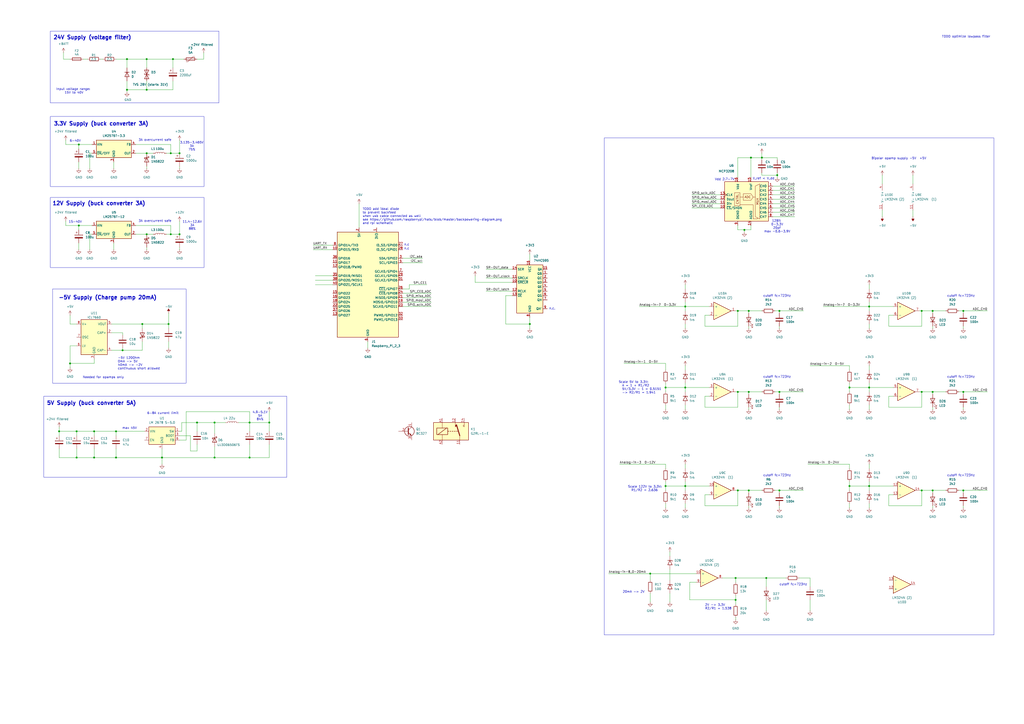
<source format=kicad_sch>
(kicad_sch
	(version 20231120)
	(generator "eeschema")
	(generator_version "8.0")
	(uuid "af4d11a6-73e1-4c39-a25e-5fe7dfa07237")
	(paper "A2")
	
	(junction
		(at 44.45 265.43)
		(diameter 0)
		(color 0 0 0 0)
		(uuid "04e54955-95ed-4070-adbb-7cee1b2c7a8b")
	)
	(junction
		(at 397.51 281.94)
		(diameter 0)
		(color 0 0 0 0)
		(uuid "0e07d6f8-3a7c-4725-82cd-d10a7f0683a0")
	)
	(junction
		(at 541.02 284.48)
		(diameter 0)
		(color 0 0 0 0)
		(uuid "0e6541d2-f91a-480b-96a2-8c8587665b35")
	)
	(junction
		(at 67.31 250.19)
		(diameter 0)
		(color 0 0 0 0)
		(uuid "105d8991-ac05-4276-b194-5060bc474cf0")
	)
	(junction
		(at 558.8 284.48)
		(diameter 0)
		(color 0 0 0 0)
		(uuid "10ed5e96-2758-4a0a-a4ea-05204dce981b")
	)
	(junction
		(at 426.72 347.98)
		(diameter 0)
		(color 0 0 0 0)
		(uuid "125089a1-9db4-401c-96a6-600e0a5f37ab")
	)
	(junction
		(at 504.19 177.8)
		(diameter 0)
		(color 0 0 0 0)
		(uuid "1496040b-0739-4f79-9656-8ba6acf367e5")
	)
	(junction
		(at 40.64 210.82)
		(diameter 0)
		(color 0 0 0 0)
		(uuid "16107448-b037-4021-a9bb-1fb19d6f36c7")
	)
	(junction
		(at 434.34 180.34)
		(diameter 0)
		(color 0 0 0 0)
		(uuid "18a0cd61-f20c-458f-ae53-f53c95308f3c")
	)
	(junction
		(at 504.19 224.79)
		(diameter 0)
		(color 0 0 0 0)
		(uuid "1ea12794-dff7-46f3-a7be-3eae8e9f25cd")
	)
	(junction
		(at 85.09 34.29)
		(diameter 0)
		(color 0 0 0 0)
		(uuid "2282d3fb-0d49-4956-ac9d-5d65f12a26a9")
	)
	(junction
		(at 386.08 281.94)
		(diameter 0)
		(color 0 0 0 0)
		(uuid "24d59385-b495-4247-aff8-808208d1ad23")
	)
	(junction
		(at 124.46 245.11)
		(diameter 0)
		(color 0 0 0 0)
		(uuid "28045595-b22a-4b06-9953-9f52298bbfc3")
	)
	(junction
		(at 558.8 227.33)
		(diameter 0)
		(color 0 0 0 0)
		(uuid "2a0ae629-2090-460b-9560-78eef3e21e12")
	)
	(junction
		(at 452.12 284.48)
		(diameter 0)
		(color 0 0 0 0)
		(uuid "2d00cd35-a1d8-46ca-99eb-6644666745c7")
	)
	(junction
		(at 431.8 133.35)
		(diameter 0)
		(color 0 0 0 0)
		(uuid "305b0609-1ce9-4297-b1f0-74fc85171eee")
	)
	(junction
		(at 44.45 250.19)
		(diameter 0)
		(color 0 0 0 0)
		(uuid "383ef42e-22d7-43b3-89d3-2af42737728c")
	)
	(junction
		(at 434.34 227.33)
		(diameter 0)
		(color 0 0 0 0)
		(uuid "3c17d532-9c56-4147-886a-4353d3930da4")
	)
	(junction
		(at 534.67 227.33)
		(diameter 0)
		(color 0 0 0 0)
		(uuid "3c3e58bb-12fa-4734-9ad9-e8a2b0b412d9")
	)
	(junction
		(at 54.61 250.19)
		(diameter 0)
		(color 0 0 0 0)
		(uuid "422bc740-9691-4697-b466-286d91cb40aa")
	)
	(junction
		(at 441.96 91.44)
		(diameter 0)
		(color 0 0 0 0)
		(uuid "42f8f2a2-d4f1-4f85-a7f3-af76fd15f334")
	)
	(junction
		(at 82.55 187.96)
		(diameter 0)
		(color 0 0 0 0)
		(uuid "49b65474-3c4a-461b-8a68-40a6b20540ce")
	)
	(junction
		(at 397.51 224.79)
		(diameter 0)
		(color 0 0 0 0)
		(uuid "537061a9-26cb-43db-8f80-9e29e68fd7c6")
	)
	(junction
		(at 534.67 284.48)
		(diameter 0)
		(color 0 0 0 0)
		(uuid "5453c15f-3da7-498f-b4d4-eefd4a32800e")
	)
	(junction
		(at 67.31 265.43)
		(diameter 0)
		(color 0 0 0 0)
		(uuid "548e2dfb-04f2-4d21-ab49-d803782e4bea")
	)
	(junction
		(at 104.14 135.89)
		(diameter 0)
		(color 0 0 0 0)
		(uuid "5b0eb3d4-c4be-4d9b-9e7b-ef02c7a05fa6")
	)
	(junction
		(at 104.14 88.9)
		(diameter 0)
		(color 0 0 0 0)
		(uuid "6030d6cb-547f-4627-bb7a-29b5d50e2d7c")
	)
	(junction
		(at 45.72 83.82)
		(diameter 0)
		(color 0 0 0 0)
		(uuid "61300700-7a6f-4cf0-89e3-de24251aaf76")
	)
	(junction
		(at 452.12 180.34)
		(diameter 0)
		(color 0 0 0 0)
		(uuid "680a4fee-19e1-46b0-bd8c-93d1b36db9ac")
	)
	(junction
		(at 427.99 227.33)
		(diameter 0)
		(color 0 0 0 0)
		(uuid "68ebd790-44a9-4bcf-9f65-05450a6a1b02")
	)
	(junction
		(at 558.8 180.34)
		(diameter 0)
		(color 0 0 0 0)
		(uuid "6be8af0f-da4b-4677-8279-2584c5a28b41")
	)
	(junction
		(at 534.67 180.34)
		(diameter 0)
		(color 0 0 0 0)
		(uuid "6efe3a5a-b297-4526-84b5-8b000c99e794")
	)
	(junction
		(at 435.61 91.44)
		(diameter 0)
		(color 0 0 0 0)
		(uuid "71c80c36-cea0-487c-bcb3-ac90e6cf6909")
	)
	(junction
		(at 99.06 135.89)
		(diameter 0)
		(color 0 0 0 0)
		(uuid "72aa6fa5-05f9-4fb4-9b06-f61f0b76719e")
	)
	(junction
		(at 492.76 281.94)
		(diameter 0)
		(color 0 0 0 0)
		(uuid "72cd6455-fb65-4b52-8421-80100f0ddc8f")
	)
	(junction
		(at 377.19 332.74)
		(diameter 0)
		(color 0 0 0 0)
		(uuid "7400491c-bfb9-4e19-baba-2170fac9607f")
	)
	(junction
		(at 156.21 245.11)
		(diameter 0)
		(color 0 0 0 0)
		(uuid "75c001cd-17a9-469a-b125-e6fab77c80b6")
	)
	(junction
		(at 307.34 187.96)
		(diameter 0)
		(color 0 0 0 0)
		(uuid "768fb665-5a78-4efa-9ee2-321b242e0984")
	)
	(junction
		(at 73.66 52.07)
		(diameter 0)
		(color 0 0 0 0)
		(uuid "787a6eed-43d6-4010-9caf-dfc7614f8b7e")
	)
	(junction
		(at 427.99 284.48)
		(diameter 0)
		(color 0 0 0 0)
		(uuid "7a78d97d-9fb8-405b-8609-4c409e1351ae")
	)
	(junction
		(at 450.85 101.6)
		(diameter 0)
		(color 0 0 0 0)
		(uuid "7b6a19d9-d84c-4ace-9ad2-e52657e5669a")
	)
	(junction
		(at 97.79 187.96)
		(diameter 0)
		(color 0 0 0 0)
		(uuid "7e3134f9-4b48-4e64-b337-949ca5145048")
	)
	(junction
		(at 541.02 180.34)
		(diameter 0)
		(color 0 0 0 0)
		(uuid "87a4602c-a37f-4114-809f-d7782855e30b")
	)
	(junction
		(at 54.61 265.43)
		(diameter 0)
		(color 0 0 0 0)
		(uuid "8858408f-f194-4c4f-bd3d-5f79bdeb0f2d")
	)
	(junction
		(at 144.78 265.43)
		(diameter 0)
		(color 0 0 0 0)
		(uuid "89ab178e-a455-4ee1-9c37-6616d82dbbfd")
	)
	(junction
		(at 99.06 88.9)
		(diameter 0)
		(color 0 0 0 0)
		(uuid "8a14436b-3658-4869-9928-b6970ddfd0dd")
	)
	(junction
		(at 504.19 281.94)
		(diameter 0)
		(color 0 0 0 0)
		(uuid "8c384515-970b-4a9b-9d25-34f7c7cf5a31")
	)
	(junction
		(at 427.99 180.34)
		(diameter 0)
		(color 0 0 0 0)
		(uuid "921e49f2-8b0b-4feb-9a09-5ec59d49541b")
	)
	(junction
		(at 45.72 130.81)
		(diameter 0)
		(color 0 0 0 0)
		(uuid "9ce26f46-c13d-457f-b7ea-3cb9a3964209")
	)
	(junction
		(at 426.72 335.28)
		(diameter 0)
		(color 0 0 0 0)
		(uuid "9fd18053-fbde-4a2f-95e0-ccb2430702d9")
	)
	(junction
		(at 144.78 245.11)
		(diameter 0)
		(color 0 0 0 0)
		(uuid "a1035066-f2bd-42c1-b35e-660253af95e6")
	)
	(junction
		(at 34.29 250.19)
		(diameter 0)
		(color 0 0 0 0)
		(uuid "a1588343-c251-454b-b53e-fff8eaaaa3ac")
	)
	(junction
		(at 444.5 335.28)
		(diameter 0)
		(color 0 0 0 0)
		(uuid "a254ea07-fe02-44b4-a091-0f3f88d2f0b4")
	)
	(junction
		(at 124.46 265.43)
		(diameter 0)
		(color 0 0 0 0)
		(uuid "b129a554-6918-436f-b908-937c28939470")
	)
	(junction
		(at 434.34 284.48)
		(diameter 0)
		(color 0 0 0 0)
		(uuid "b705a141-272e-408a-898a-0b8fe6d69bf8")
	)
	(junction
		(at 85.09 135.89)
		(diameter 0)
		(color 0 0 0 0)
		(uuid "b75be159-2e10-4f46-b206-2354b78b9157")
	)
	(junction
		(at 85.09 88.9)
		(diameter 0)
		(color 0 0 0 0)
		(uuid "bcb07714-ac5e-4281-b3c3-552386782e56")
	)
	(junction
		(at 492.76 224.79)
		(diameter 0)
		(color 0 0 0 0)
		(uuid "c6180b6b-2aec-46d6-b71a-125571a101f5")
	)
	(junction
		(at 541.02 227.33)
		(diameter 0)
		(color 0 0 0 0)
		(uuid "c646a925-109e-49ac-95ea-5c63f093c98a")
	)
	(junction
		(at 397.51 177.8)
		(diameter 0)
		(color 0 0 0 0)
		(uuid "c833a1cc-3c2c-49eb-ba59-318dd1c239bf")
	)
	(junction
		(at 386.08 224.79)
		(diameter 0)
		(color 0 0 0 0)
		(uuid "cfc70a41-02a1-4d5f-9a51-5b217e390eb3")
	)
	(junction
		(at 73.66 34.29)
		(diameter 0)
		(color 0 0 0 0)
		(uuid "d2fd5f5d-338a-4722-b4a0-b1eecd883f28")
	)
	(junction
		(at 100.33 34.29)
		(diameter 0)
		(color 0 0 0 0)
		(uuid "d4d801b9-c672-4d6c-acd1-0513ef63a985")
	)
	(junction
		(at 452.12 227.33)
		(diameter 0)
		(color 0 0 0 0)
		(uuid "de465361-2b84-4ce6-af9a-117c1402b9b2")
	)
	(junction
		(at 85.09 52.07)
		(diameter 0)
		(color 0 0 0 0)
		(uuid "e7010d28-bd88-4654-aa85-6910d986f363")
	)
	(junction
		(at 114.3 245.11)
		(diameter 0)
		(color 0 0 0 0)
		(uuid "e70a65f8-f7a2-47ed-978c-48ab0ab55eb7")
	)
	(junction
		(at 71.12 203.2)
		(diameter 0)
		(color 0 0 0 0)
		(uuid "eac55c9c-6217-4313-8428-a310d44dd53f")
	)
	(junction
		(at 93.98 265.43)
		(diameter 0)
		(color 0 0 0 0)
		(uuid "f74be3ca-6702-47ef-b237-4f888ce46f38")
	)
	(wire
		(pts
			(xy 450.85 100.33) (xy 450.85 101.6)
		)
		(stroke
			(width 0)
			(type default)
		)
		(uuid "0054231e-6c1c-4b62-a261-da803b448710")
	)
	(wire
		(pts
			(xy 377.19 344.17) (xy 377.19 349.25)
		)
		(stroke
			(width 0)
			(type default)
		)
		(uuid "00ef2f56-37bd-4ed0-aeb9-aa019bd24e2f")
	)
	(wire
		(pts
			(xy 307.34 184.15) (xy 307.34 187.96)
		)
		(stroke
			(width 0)
			(type default)
		)
		(uuid "02caf3da-4dfe-464a-bed0-55c975aa32ca")
	)
	(wire
		(pts
			(xy 124.46 259.08) (xy 124.46 265.43)
		)
		(stroke
			(width 0)
			(type default)
		)
		(uuid "056eeaf6-cef0-4a15-9aa0-a138145aa6e3")
	)
	(wire
		(pts
			(xy 427.99 102.87) (xy 427.99 91.44)
		)
		(stroke
			(width 0)
			(type default)
		)
		(uuid "05c7cccb-cca5-4623-97c8-040d9b4df307")
	)
	(wire
		(pts
			(xy 45.72 83.82) (xy 53.34 83.82)
		)
		(stroke
			(width 0)
			(type default)
		)
		(uuid "062e080a-8aeb-47cc-970e-09456cd360cd")
	)
	(wire
		(pts
			(xy 448.31 107.95) (xy 461.01 107.95)
		)
		(stroke
			(width 0)
			(type default)
		)
		(uuid "068083fa-fce7-43b5-8463-4f98840e7a26")
	)
	(wire
		(pts
			(xy 452.12 293.37) (xy 452.12 294.64)
		)
		(stroke
			(width 0)
			(type default)
		)
		(uuid "06b34c2d-7e49-4691-b0b0-589df73a99da")
	)
	(wire
		(pts
			(xy 82.55 198.12) (xy 82.55 203.2)
		)
		(stroke
			(width 0)
			(type default)
		)
		(uuid "07802d6c-0405-4611-8498-2921642973c9")
	)
	(wire
		(pts
			(xy 504.19 212.09) (xy 504.19 214.63)
		)
		(stroke
			(width 0)
			(type default)
		)
		(uuid "07b2e41e-17b4-4953-97b1-d10583b079aa")
	)
	(wire
		(pts
			(xy 71.12 203.2) (xy 64.77 203.2)
		)
		(stroke
			(width 0)
			(type default)
		)
		(uuid "09231105-ced3-4313-bf61-0ff5f84aa1d1")
	)
	(wire
		(pts
			(xy 448.31 110.49) (xy 461.01 110.49)
		)
		(stroke
			(width 0)
			(type default)
		)
		(uuid "0932f8bf-1781-41f0-8075-3b7e84ddb5c7")
	)
	(wire
		(pts
			(xy 52.07 97.79) (xy 52.07 88.9)
		)
		(stroke
			(width 0)
			(type default)
		)
		(uuid "096d85b4-5d51-44af-82ba-979fa750f17a")
	)
	(wire
		(pts
			(xy 492.76 279.4) (xy 492.76 281.94)
		)
		(stroke
			(width 0)
			(type default)
		)
		(uuid "09d9a41a-af3c-4a91-ad4d-2c3b79cf9ec7")
	)
	(wire
		(pts
			(xy 307.34 147.32) (xy 307.34 151.13)
		)
		(stroke
			(width 0)
			(type default)
		)
		(uuid "0a051774-4cbb-4b66-bf37-8910fac947bb")
	)
	(wire
		(pts
			(xy 477.52 177.8) (xy 504.19 177.8)
		)
		(stroke
			(width 0)
			(type default)
		)
		(uuid "0a4f0ed0-e03f-4174-b2e5-746ec8356e9f")
	)
	(wire
		(pts
			(xy 82.55 187.96) (xy 97.79 187.96)
		)
		(stroke
			(width 0)
			(type default)
		)
		(uuid "0a9bbdf8-1908-4d8c-8217-07db364293b0")
	)
	(wire
		(pts
			(xy 386.08 234.95) (xy 386.08 237.49)
		)
		(stroke
			(width 0)
			(type default)
		)
		(uuid "0b9b4983-ca2c-4ef5-a4ff-86b324cb4b6e")
	)
	(wire
		(pts
			(xy 449.58 227.33) (xy 452.12 227.33)
		)
		(stroke
			(width 0)
			(type default)
		)
		(uuid "0da18ff8-94c6-4073-a885-04f4684a58bf")
	)
	(wire
		(pts
			(xy 515.62 229.87) (xy 515.62 236.22)
		)
		(stroke
			(width 0)
			(type default)
		)
		(uuid "0f0654e1-74f5-48ef-9fad-2239674591c1")
	)
	(wire
		(pts
			(xy 444.5 347.98) (xy 444.5 354.33)
		)
		(stroke
			(width 0)
			(type default)
		)
		(uuid "100d3b99-de7b-44c2-b3ea-79a36ae0cc62")
	)
	(wire
		(pts
			(xy 144.78 245.11) (xy 144.78 250.19)
		)
		(stroke
			(width 0)
			(type default)
		)
		(uuid "10545d38-a86d-4f4b-9d61-a90e5b83a28b")
	)
	(wire
		(pts
			(xy 533.4 180.34) (xy 534.67 180.34)
		)
		(stroke
			(width 0)
			(type default)
		)
		(uuid "108249c6-4a9f-4448-9a48-5f507a8170fa")
	)
	(wire
		(pts
			(xy 144.78 245.11) (xy 156.21 245.11)
		)
		(stroke
			(width 0)
			(type default)
		)
		(uuid "11050421-263c-408e-9ff9-8d4704e38685")
	)
	(wire
		(pts
			(xy 104.14 143.51) (xy 104.14 144.78)
		)
		(stroke
			(width 0)
			(type default)
		)
		(uuid "125a7d11-0e70-4fc2-ad30-a60c78e9f5a4")
	)
	(wire
		(pts
			(xy 281.94 156.21) (xy 297.18 156.21)
		)
		(stroke
			(width 0)
			(type default)
		)
		(uuid "12a983d3-1186-4ca8-a60c-5c45001d78ec")
	)
	(wire
		(pts
			(xy 452.12 180.34) (xy 466.09 180.34)
		)
		(stroke
			(width 0)
			(type default)
		)
		(uuid "12b48994-3133-4957-abdc-916519276929")
	)
	(wire
		(pts
			(xy 397.51 165.1) (xy 397.51 167.64)
		)
		(stroke
			(width 0)
			(type default)
		)
		(uuid "12c4f5fd-82b0-486f-8e71-4efd44e48b75")
	)
	(wire
		(pts
			(xy 397.51 281.94) (xy 397.51 284.48)
		)
		(stroke
			(width 0)
			(type default)
		)
		(uuid "12fb5370-f490-4a31-b43a-cc9f448637b1")
	)
	(wire
		(pts
			(xy 156.21 257.81) (xy 156.21 265.43)
		)
		(stroke
			(width 0)
			(type default)
		)
		(uuid "137c88a4-e84c-4de9-8e08-42b4620e394d")
	)
	(wire
		(pts
			(xy 73.66 34.29) (xy 73.66 39.37)
		)
		(stroke
			(width 0)
			(type default)
		)
		(uuid "147be2c8-821e-4c84-a2e1-06b7f4973251")
	)
	(wire
		(pts
			(xy 441.96 101.6) (xy 450.85 101.6)
		)
		(stroke
			(width 0)
			(type default)
		)
		(uuid "14e2a1f5-5ec8-44d4-8c05-ee4cab2bd0fb")
	)
	(wire
		(pts
			(xy 426.72 335.28) (xy 426.72 337.82)
		)
		(stroke
			(width 0)
			(type default)
		)
		(uuid "1650821f-6f72-4ef4-81aa-36ef4033d5a7")
	)
	(wire
		(pts
			(xy 386.08 279.4) (xy 386.08 281.94)
		)
		(stroke
			(width 0)
			(type default)
		)
		(uuid "19afada5-a550-4ec1-90a7-c53861b53b06")
	)
	(wire
		(pts
			(xy 85.09 88.9) (xy 88.9 88.9)
		)
		(stroke
			(width 0)
			(type default)
		)
		(uuid "1bc6767a-124e-4752-8da3-4dc2026b8aff")
	)
	(wire
		(pts
			(xy 541.02 227.33) (xy 548.64 227.33)
		)
		(stroke
			(width 0)
			(type default)
		)
		(uuid "1bfadc61-a8fe-44f6-90f7-fbd54f92240a")
	)
	(wire
		(pts
			(xy 534.67 180.34) (xy 541.02 180.34)
		)
		(stroke
			(width 0)
			(type default)
		)
		(uuid "1c58b703-1ab5-4a29-b805-9ecae4928330")
	)
	(wire
		(pts
			(xy 408.94 287.02) (xy 408.94 293.37)
		)
		(stroke
			(width 0)
			(type default)
		)
		(uuid "1dc82879-775f-4817-a151-2426d36900fc")
	)
	(wire
		(pts
			(xy 67.31 265.43) (xy 93.98 265.43)
		)
		(stroke
			(width 0)
			(type default)
		)
		(uuid "1dfeaed5-ce45-412c-9536-200b58c4cd88")
	)
	(wire
		(pts
			(xy 518.16 287.02) (xy 515.62 287.02)
		)
		(stroke
			(width 0)
			(type default)
		)
		(uuid "1e53379a-7223-42df-9e45-4a73eb6eeb8b")
	)
	(wire
		(pts
			(xy 138.43 245.11) (xy 144.78 245.11)
		)
		(stroke
			(width 0)
			(type default)
		)
		(uuid "1f119b6d-bc5c-43a6-876e-2006a604c4da")
	)
	(wire
		(pts
			(xy 504.19 222.25) (xy 504.19 224.79)
		)
		(stroke
			(width 0)
			(type default)
		)
		(uuid "1fc2d9b5-7a3a-4ad2-8e82-e1c2a452b90d")
	)
	(wire
		(pts
			(xy 388.62 330.2) (xy 388.62 336.55)
		)
		(stroke
			(width 0)
			(type default)
		)
		(uuid "1ffadb38-914d-46f1-99f1-6a8087e37cc3")
	)
	(wire
		(pts
			(xy 281.94 168.91) (xy 297.18 168.91)
		)
		(stroke
			(width 0)
			(type default)
		)
		(uuid "20fb024a-f73d-48d4-b683-4d3f4306bcb3")
	)
	(wire
		(pts
			(xy 386.08 281.94) (xy 397.51 281.94)
		)
		(stroke
			(width 0)
			(type default)
		)
		(uuid "21901315-03d5-465c-896b-551c93dbd06c")
	)
	(wire
		(pts
			(xy 556.26 227.33) (xy 558.8 227.33)
		)
		(stroke
			(width 0)
			(type default)
		)
		(uuid "21e63c20-7b89-4a9e-8f7c-a8fd8aec3e19")
	)
	(wire
		(pts
			(xy 492.76 224.79) (xy 492.76 227.33)
		)
		(stroke
			(width 0)
			(type default)
		)
		(uuid "22b4d91a-1ec6-4d68-9b61-8a5c6906624a")
	)
	(wire
		(pts
			(xy 237.49 167.64) (xy 233.68 167.64)
		)
		(stroke
			(width 0)
			(type default)
		)
		(uuid "22e97819-a6d0-42f4-ad06-306f4c674859")
	)
	(wire
		(pts
			(xy 233.68 170.18) (xy 250.19 170.18)
		)
		(stroke
			(width 0)
			(type default)
		)
		(uuid "2330e7e8-7d64-45ff-b9eb-3aa21e7252c6")
	)
	(wire
		(pts
			(xy 449.58 180.34) (xy 452.12 180.34)
		)
		(stroke
			(width 0)
			(type default)
		)
		(uuid "23844a99-b10c-4e42-b497-5aac0c43a77c")
	)
	(wire
		(pts
			(xy 541.02 284.48) (xy 541.02 285.75)
		)
		(stroke
			(width 0)
			(type default)
		)
		(uuid "238ebe23-6747-4e44-b63e-da687a62d863")
	)
	(wire
		(pts
			(xy 73.66 52.07) (xy 73.66 53.34)
		)
		(stroke
			(width 0)
			(type default)
		)
		(uuid "2392f8de-64ca-4ad2-9c50-6ad45435e202")
	)
	(wire
		(pts
			(xy 38.1 128.27) (xy 38.1 130.81)
		)
		(stroke
			(width 0)
			(type default)
		)
		(uuid "24166ed3-6929-44e1-9f43-dca2d382cd8b")
	)
	(wire
		(pts
			(xy 359.41 269.24) (xy 386.08 269.24)
		)
		(stroke
			(width 0)
			(type default)
		)
		(uuid "241e2811-bad4-4d9d-969a-b82a5d8d7104")
	)
	(wire
		(pts
			(xy 541.02 227.33) (xy 541.02 228.6)
		)
		(stroke
			(width 0)
			(type default)
		)
		(uuid "24b14436-5c06-4132-9697-fb6cb9ac0a77")
	)
	(wire
		(pts
			(xy 448.31 115.57) (xy 461.01 115.57)
		)
		(stroke
			(width 0)
			(type default)
		)
		(uuid "24b8cd11-ef80-4755-84b3-4ab2650e79e8")
	)
	(wire
		(pts
			(xy 82.55 187.96) (xy 82.55 190.5)
		)
		(stroke
			(width 0)
			(type default)
		)
		(uuid "24fc4db9-e669-4108-8575-ad552b1f7095")
	)
	(wire
		(pts
			(xy 97.79 181.61) (xy 97.79 187.96)
		)
		(stroke
			(width 0)
			(type default)
		)
		(uuid "250cae5f-018d-46f3-8b3a-08c428d30aad")
	)
	(wire
		(pts
			(xy 434.34 227.33) (xy 434.34 228.6)
		)
		(stroke
			(width 0)
			(type default)
		)
		(uuid "28bc6461-3c72-4ab1-9f54-adde9a691dfe")
	)
	(wire
		(pts
			(xy 85.09 135.89) (xy 78.74 135.89)
		)
		(stroke
			(width 0)
			(type default)
		)
		(uuid "2914a31e-5344-4d8c-8336-baf7ef768326")
	)
	(wire
		(pts
			(xy 492.76 292.1) (xy 492.76 294.64)
		)
		(stroke
			(width 0)
			(type default)
		)
		(uuid "29a84df5-a401-472c-b970-3e9ceb118392")
	)
	(wire
		(pts
			(xy 492.76 212.09) (xy 492.76 214.63)
		)
		(stroke
			(width 0)
			(type default)
		)
		(uuid "2b95e465-b22c-47d4-a285-ff94746f6576")
	)
	(wire
		(pts
			(xy 431.8 133.35) (xy 435.61 133.35)
		)
		(stroke
			(width 0)
			(type default)
		)
		(uuid "2b9ccaa2-a7a6-40a8-9a8d-c15a845f981b")
	)
	(wire
		(pts
			(xy 541.02 236.22) (xy 541.02 237.49)
		)
		(stroke
			(width 0)
			(type default)
		)
		(uuid "2ccc0658-2e29-42f3-8065-e7cd80e3e222")
	)
	(wire
		(pts
			(xy 386.08 292.1) (xy 386.08 294.64)
		)
		(stroke
			(width 0)
			(type default)
		)
		(uuid "2d08e881-3da2-4833-a4f0-61ef873254db")
	)
	(wire
		(pts
			(xy 511.81 101.6) (xy 511.81 106.68)
		)
		(stroke
			(width 0)
			(type default)
		)
		(uuid "2d458802-502c-4ecf-9caf-a43a110ce546")
	)
	(wire
		(pts
			(xy 444.5 335.28) (xy 444.5 340.36)
		)
		(stroke
			(width 0)
			(type default)
		)
		(uuid "2d58740f-20ac-47c8-a6a7-385a25e5466d")
	)
	(wire
		(pts
			(xy 213.36 198.12) (xy 213.36 201.93)
		)
		(stroke
			(width 0)
			(type default)
		)
		(uuid "2da67416-80ed-41f3-b8a4-d331451071aa")
	)
	(wire
		(pts
			(xy 237.49 165.1) (xy 237.49 167.64)
		)
		(stroke
			(width 0)
			(type default)
		)
		(uuid "2de6cee3-ba04-44f6-b491-492d4c257dd1")
	)
	(wire
		(pts
			(xy 208.28 118.11) (xy 208.28 132.08)
		)
		(stroke
			(width 0)
			(type default)
		)
		(uuid "2fa17a05-f7bb-4829-912f-a6d673135030")
	)
	(wire
		(pts
			(xy 558.8 227.33) (xy 572.77 227.33)
		)
		(stroke
			(width 0)
			(type default)
		)
		(uuid "2fabc68c-d5c7-4ecd-a307-3b45d890d4d3")
	)
	(wire
		(pts
			(xy 36.83 30.48) (xy 36.83 34.29)
		)
		(stroke
			(width 0)
			(type default)
		)
		(uuid "312b9e9d-f3c5-4818-bb2f-e49c1b9b26ee")
	)
	(wire
		(pts
			(xy 504.19 279.4) (xy 504.19 281.94)
		)
		(stroke
			(width 0)
			(type default)
		)
		(uuid "31cd0200-5ec5-4dd9-aaf7-e4adf221e554")
	)
	(wire
		(pts
			(xy 444.5 335.28) (xy 455.93 335.28)
		)
		(stroke
			(width 0)
			(type default)
		)
		(uuid "33b893ed-df5d-468b-85b4-6ad71ad43b02")
	)
	(wire
		(pts
			(xy 515.62 287.02) (xy 515.62 293.37)
		)
		(stroke
			(width 0)
			(type default)
		)
		(uuid "342cd887-7fe4-4180-bee4-e1ad6318de05")
	)
	(wire
		(pts
			(xy 448.31 123.19) (xy 461.01 123.19)
		)
		(stroke
			(width 0)
			(type default)
		)
		(uuid "3530c46a-6e25-482b-b968-518bf8c9a8ab")
	)
	(wire
		(pts
			(xy 556.26 180.34) (xy 558.8 180.34)
		)
		(stroke
			(width 0)
			(type default)
		)
		(uuid "35c3dbe3-680e-48db-a50f-7b13360b35dd")
	)
	(wire
		(pts
			(xy 492.76 281.94) (xy 492.76 284.48)
		)
		(stroke
			(width 0)
			(type default)
		)
		(uuid "362a3669-b5d6-41e1-b360-b2543155e2e9")
	)
	(wire
		(pts
			(xy 96.52 88.9) (xy 99.06 88.9)
		)
		(stroke
			(width 0)
			(type default)
		)
		(uuid "36dbf9b2-129d-45ef-8f18-f4ffca4a34c3")
	)
	(wire
		(pts
			(xy 54.61 265.43) (xy 67.31 265.43)
		)
		(stroke
			(width 0)
			(type default)
		)
		(uuid "36ef0f3d-5f82-4fe4-8ac0-634b6aca89f0")
	)
	(wire
		(pts
			(xy 397.51 187.96) (xy 397.51 190.5)
		)
		(stroke
			(width 0)
			(type default)
		)
		(uuid "3aba686c-7f20-4fdb-a589-3030c9d36881")
	)
	(wire
		(pts
			(xy 182.88 165.1) (xy 193.04 165.1)
		)
		(stroke
			(width 0)
			(type default)
		)
		(uuid "3aeea25b-b526-4c4c-9a14-20971d742727")
	)
	(wire
		(pts
			(xy 114.3 245.11) (xy 114.3 250.19)
		)
		(stroke
			(width 0)
			(type default)
		)
		(uuid "3b26056a-2205-47a2-9f40-f9697f046f04")
	)
	(wire
		(pts
			(xy 156.21 265.43) (xy 144.78 265.43)
		)
		(stroke
			(width 0)
			(type default)
		)
		(uuid "3b57c002-7cfd-4b01-9bd0-a9063c7de990")
	)
	(wire
		(pts
			(xy 558.8 236.22) (xy 558.8 237.49)
		)
		(stroke
			(width 0)
			(type default)
		)
		(uuid "3b72617c-8e5b-409d-8eff-c0c0bdccbdc7")
	)
	(wire
		(pts
			(xy 54.61 260.35) (xy 54.61 265.43)
		)
		(stroke
			(width 0)
			(type default)
		)
		(uuid "3da092b2-3579-44ee-9f1a-7dc736839416")
	)
	(wire
		(pts
			(xy 34.29 250.19) (xy 34.29 252.73)
		)
		(stroke
			(width 0)
			(type default)
		)
		(uuid "3ddbeb86-f388-4c89-98ea-a9e4b08c0699")
	)
	(wire
		(pts
			(xy 52.07 88.9) (xy 53.34 88.9)
		)
		(stroke
			(width 0)
			(type default)
		)
		(uuid "3e60e431-84f1-436a-99fb-f0196e89bcf0")
	)
	(wire
		(pts
			(xy 408.94 182.88) (xy 408.94 189.23)
		)
		(stroke
			(width 0)
			(type default)
		)
		(uuid "4004cf85-1c05-4350-8d27-f2799b925cfe")
	)
	(wire
		(pts
			(xy 85.09 135.89) (xy 88.9 135.89)
		)
		(stroke
			(width 0)
			(type default)
		)
		(uuid "41dd684b-b2cf-4918-b2fa-e24af5a96c31")
	)
	(wire
		(pts
			(xy 45.72 130.81) (xy 45.72 133.35)
		)
		(stroke
			(width 0)
			(type default)
		)
		(uuid "429f31e6-9c15-47fc-a53a-661ec52f4c31")
	)
	(wire
		(pts
			(xy 448.31 120.65) (xy 461.01 120.65)
		)
		(stroke
			(width 0)
			(type default)
		)
		(uuid "42c865ad-08f7-4b14-b07e-c66bb29dbe02")
	)
	(wire
		(pts
			(xy 541.02 180.34) (xy 548.64 180.34)
		)
		(stroke
			(width 0)
			(type default)
		)
		(uuid "42fa28b5-2014-445b-9ba5-cbfbabd22519")
	)
	(wire
		(pts
			(xy 45.72 83.82) (xy 45.72 86.36)
		)
		(stroke
			(width 0)
			(type default)
		)
		(uuid "434d52f6-e61e-4de2-b8c2-9f723a35bb15")
	)
	(wire
		(pts
			(xy 401.32 120.65) (xy 417.83 120.65)
		)
		(stroke
			(width 0)
			(type default)
		)
		(uuid "439b5d91-a7ed-4297-80f9-6f243928e7d6")
	)
	(wire
		(pts
			(xy 78.74 83.82) (xy 99.06 83.82)
		)
		(stroke
			(width 0)
			(type default)
		)
		(uuid "4510b88a-d309-41e9-911e-7f21f2747429")
	)
	(wire
		(pts
			(xy 44.45 265.43) (xy 54.61 265.43)
		)
		(stroke
			(width 0)
			(type default)
		)
		(uuid "468496be-f6d5-4b2a-8683-92086b6bba44")
	)
	(wire
		(pts
			(xy 504.19 224.79) (xy 518.16 224.79)
		)
		(stroke
			(width 0)
			(type default)
		)
		(uuid "46e4ba16-875b-4f73-8212-e93ccd0ee87d")
	)
	(wire
		(pts
			(xy 99.06 135.89) (xy 104.14 135.89)
		)
		(stroke
			(width 0)
			(type default)
		)
		(uuid "473017ac-7304-423f-b665-624cbeb6b71f")
	)
	(wire
		(pts
			(xy 107.95 238.76) (xy 144.78 238.76)
		)
		(stroke
			(width 0)
			(type default)
		)
		(uuid "474c21aa-9d8b-4fd6-bf84-0695257ad4e8")
	)
	(wire
		(pts
			(xy 558.8 293.37) (xy 558.8 294.64)
		)
		(stroke
			(width 0)
			(type default)
		)
		(uuid "4829b489-17d6-4b34-a0d1-2b91af9d6c2c")
	)
	(wire
		(pts
			(xy 104.14 81.28) (xy 104.14 88.9)
		)
		(stroke
			(width 0)
			(type default)
		)
		(uuid "4845c6d1-f452-4f8f-bc04-1edb892ce074")
	)
	(wire
		(pts
			(xy 534.67 293.37) (xy 534.67 284.48)
		)
		(stroke
			(width 0)
			(type default)
		)
		(uuid "4957c436-fe00-4e4f-942f-4642775126b2")
	)
	(wire
		(pts
			(xy 52.07 135.89) (xy 53.34 135.89)
		)
		(stroke
			(width 0)
			(type default)
		)
		(uuid "4a7a45aa-aba5-4f43-b850-2f12eeae7e82")
	)
	(wire
		(pts
			(xy 468.63 269.24) (xy 492.76 269.24)
		)
		(stroke
			(width 0)
			(type default)
		)
		(uuid "4b531c2a-4f8a-45ad-980c-652c9560a3c5")
	)
	(wire
		(pts
			(xy 534.67 227.33) (xy 541.02 227.33)
		)
		(stroke
			(width 0)
			(type default)
		)
		(uuid "4ba02483-3441-4ffc-b8ef-a47c1acdf090")
	)
	(wire
		(pts
			(xy 99.06 130.81) (xy 99.06 135.89)
		)
		(stroke
			(width 0)
			(type default)
		)
		(uuid "4cbf875e-58ed-4cd6-b772-5671b7f28ceb")
	)
	(wire
		(pts
			(xy 452.12 227.33) (xy 466.09 227.33)
		)
		(stroke
			(width 0)
			(type default)
		)
		(uuid "4ce4b2fc-fc75-446b-bcbf-cdafaf96f604")
	)
	(wire
		(pts
			(xy 71.12 193.04) (xy 71.12 194.31)
		)
		(stroke
			(width 0)
			(type default)
		)
		(uuid "4d52de5f-8c2e-49a6-b501-bd212fa30f6b")
	)
	(wire
		(pts
			(xy 388.62 344.17) (xy 388.62 349.25)
		)
		(stroke
			(width 0)
			(type default)
		)
		(uuid "4d88ca1c-ea50-4ff5-a3a6-c55696e4ded3")
	)
	(wire
		(pts
			(xy 469.9 335.28) (xy 469.9 340.36)
		)
		(stroke
			(width 0)
			(type default)
		)
		(uuid "4e52b931-12a4-484f-aeeb-e618bf9d387b")
	)
	(wire
		(pts
			(xy 99.06 83.82) (xy 99.06 88.9)
		)
		(stroke
			(width 0)
			(type default)
		)
		(uuid "4f6bdeb1-d680-488b-93e0-aa0268270cd6")
	)
	(wire
		(pts
			(xy 452.12 284.48) (xy 452.12 285.75)
		)
		(stroke
			(width 0)
			(type default)
		)
		(uuid "52a2753a-ef20-4cbd-a211-9cf21866a143")
	)
	(wire
		(pts
			(xy 434.34 284.48) (xy 441.96 284.48)
		)
		(stroke
			(width 0)
			(type default)
		)
		(uuid "55c4e35d-3da1-41df-a325-85bec7fa57e7")
	)
	(wire
		(pts
			(xy 100.33 52.07) (xy 85.09 52.07)
		)
		(stroke
			(width 0)
			(type default)
		)
		(uuid "56f0d9b1-9d6d-4e01-aedc-54a4472ee2d9")
	)
	(wire
		(pts
			(xy 558.8 284.48) (xy 558.8 285.75)
		)
		(stroke
			(width 0)
			(type default)
		)
		(uuid "584912e9-080b-41d3-8477-c46e6bb19342")
	)
	(wire
		(pts
			(xy 426.72 347.98) (xy 426.72 350.52)
		)
		(stroke
			(width 0)
			(type default)
		)
		(uuid "5882804f-e57d-49e3-bd40-a2f0b8cd8856")
	)
	(wire
		(pts
			(xy 504.19 165.1) (xy 504.19 167.64)
		)
		(stroke
			(width 0)
			(type default)
		)
		(uuid "58f712f8-d29c-40a7-b691-f23f2249597c")
	)
	(wire
		(pts
			(xy 370.84 177.8) (xy 397.51 177.8)
		)
		(stroke
			(width 0)
			(type default)
		)
		(uuid "59235f1a-b42f-43d9-b0c0-994951090b7e")
	)
	(wire
		(pts
			(xy 40.64 187.96) (xy 44.45 187.96)
		)
		(stroke
			(width 0)
			(type default)
		)
		(uuid "5a58ee3b-d422-45cf-9b6c-f0c44ccd3021")
	)
	(wire
		(pts
			(xy 504.19 177.8) (xy 518.16 177.8)
		)
		(stroke
			(width 0)
			(type default)
		)
		(uuid "5aaaaedb-729e-431f-82e6-f4424d8e2aba")
	)
	(wire
		(pts
			(xy 293.37 187.96) (xy 307.34 187.96)
		)
		(stroke
			(width 0)
			(type default)
		)
		(uuid "5b75a293-60a9-4651-ad34-0ab0aa4c8a6b")
	)
	(wire
		(pts
			(xy 435.61 133.35) (xy 435.61 130.81)
		)
		(stroke
			(width 0)
			(type default)
		)
		(uuid "5d82d160-16aa-45f6-b921-af143ee44199")
	)
	(wire
		(pts
			(xy 71.12 201.93) (xy 71.12 203.2)
		)
		(stroke
			(width 0)
			(type default)
		)
		(uuid "5e206263-973f-4ece-be89-87fb3f8ee1dd")
	)
	(wire
		(pts
			(xy 100.33 34.29) (xy 85.09 34.29)
		)
		(stroke
			(width 0)
			(type default)
		)
		(uuid "5e8d45af-85e0-4c84-bd68-9d6bc4a81647")
	)
	(wire
		(pts
			(xy 182.88 160.02) (xy 193.04 160.02)
		)
		(stroke
			(width 0)
			(type default)
		)
		(uuid "5f717f21-8a39-40cb-bfd6-47b6f7bff7f3")
	)
	(wire
		(pts
			(xy 38.1 130.81) (xy 45.72 130.81)
		)
		(stroke
			(width 0)
			(type default)
		)
		(uuid "5fb9a5e9-0057-4256-900a-cd3e2c2bea7d")
	)
	(wire
		(pts
			(xy 401.32 118.11) (xy 417.83 118.11)
		)
		(stroke
			(width 0)
			(type default)
		)
		(uuid "5ff6e0c1-159c-4d42-b729-b5c1b4457f90")
	)
	(wire
		(pts
			(xy 361.95 210.82) (xy 386.08 210.82)
		)
		(stroke
			(width 0)
			(type default)
		)
		(uuid "606f412f-e2ca-4e76-af3b-6204f94c0f28")
	)
	(wire
		(pts
			(xy 73.66 52.07) (xy 73.66 46.99)
		)
		(stroke
			(width 0)
			(type default)
		)
		(uuid "60f0e541-5399-4984-91a7-0fa8a43fa9b6")
	)
	(wire
		(pts
			(xy 397.51 224.79) (xy 411.48 224.79)
		)
		(stroke
			(width 0)
			(type default)
		)
		(uuid "622359e3-c6ff-4104-a61a-434b559ad13e")
	)
	(wire
		(pts
			(xy 401.32 115.57) (xy 417.83 115.57)
		)
		(stroke
			(width 0)
			(type default)
		)
		(uuid "62a6df1b-8dd1-4edc-8471-80392c13b446")
	)
	(wire
		(pts
			(xy 66.04 93.98) (xy 66.04 97.79)
		)
		(stroke
			(width 0)
			(type default)
		)
		(uuid "62ad0d9d-5a30-44d3-a30a-cf86f42cb053")
	)
	(wire
		(pts
			(xy 452.12 189.23) (xy 452.12 190.5)
		)
		(stroke
			(width 0)
			(type default)
		)
		(uuid "65dd798a-e121-417c-a14b-5d59f2d8bba7")
	)
	(wire
		(pts
			(xy 397.51 224.79) (xy 397.51 227.33)
		)
		(stroke
			(width 0)
			(type default)
		)
		(uuid "66e3f7ca-cc4c-465b-b996-1a7426cdcf2e")
	)
	(wire
		(pts
			(xy 397.51 281.94) (xy 411.48 281.94)
		)
		(stroke
			(width 0)
			(type default)
		)
		(uuid "69732aa2-02d7-47b7-937a-804bc1c91721")
	)
	(wire
		(pts
			(xy 541.02 189.23) (xy 541.02 190.5)
		)
		(stroke
			(width 0)
			(type default)
		)
		(uuid "6f4a53eb-bfdd-49b3-b0a9-60d2e99bf1df")
	)
	(wire
		(pts
			(xy 448.31 118.11) (xy 461.01 118.11)
		)
		(stroke
			(width 0)
			(type default)
		)
		(uuid "721d0387-dd7a-4c03-b969-e660fbc01d0a")
	)
	(wire
		(pts
			(xy 275.59 163.83) (xy 297.18 163.83)
		)
		(stroke
			(width 0)
			(type default)
		)
		(uuid "7395937f-7aba-41a7-8e24-d7eef4ccce08")
	)
	(wire
		(pts
			(xy 397.51 175.26) (xy 397.51 177.8)
		)
		(stroke
			(width 0)
			(type default)
		)
		(uuid "741f1b5d-86d6-4df6-b816-2c02dfaa8d06")
	)
	(wire
		(pts
			(xy 54.61 250.19) (xy 54.61 252.73)
		)
		(stroke
			(width 0)
			(type default)
		)
		(uuid "7496c071-630d-4908-a9f5-9bb6cc63ee10")
	)
	(wire
		(pts
			(xy 492.76 269.24) (xy 492.76 271.78)
		)
		(stroke
			(width 0)
			(type default)
		)
		(uuid "752c7739-6331-49ec-9788-3c703d08f520")
	)
	(wire
		(pts
			(xy 397.51 212.09) (xy 397.51 214.63)
		)
		(stroke
			(width 0)
			(type default)
		)
		(uuid "7531fa82-cf7b-42a8-bea4-19705b8e070c")
	)
	(wire
		(pts
			(xy 504.19 177.8) (xy 504.19 180.34)
		)
		(stroke
			(width 0)
			(type default)
		)
		(uuid "75d57da9-856a-4472-8008-df57be837a61")
	)
	(wire
		(pts
			(xy 105.41 245.11) (xy 114.3 245.11)
		)
		(stroke
			(width 0)
			(type default)
		)
		(uuid "76d9ac2e-59ae-4d69-85c2-3c211bf67751")
	)
	(wire
		(pts
			(xy 386.08 222.25) (xy 386.08 224.79)
		)
		(stroke
			(width 0)
			(type default)
		)
		(uuid "78010e7f-14b3-45f5-bedc-293b3c5a8225")
	)
	(wire
		(pts
			(xy 558.8 189.23) (xy 558.8 190.5)
		)
		(stroke
			(width 0)
			(type default)
		)
		(uuid "78565ddb-2e85-4d66-901f-a83c9c835f6a")
	)
	(wire
		(pts
			(xy 386.08 224.79) (xy 386.08 227.33)
		)
		(stroke
			(width 0)
			(type default)
		)
		(uuid "7aa4742a-3d34-4c04-99e7-a97a7f03ddbb")
	)
	(wire
		(pts
			(xy 124.46 245.11) (xy 124.46 251.46)
		)
		(stroke
			(width 0)
			(type default)
		)
		(uuid "7bf1ff28-f10c-4a13-ab42-a45d9fdf1411")
	)
	(wire
		(pts
			(xy 434.34 293.37) (xy 434.34 294.64)
		)
		(stroke
			(width 0)
			(type default)
		)
		(uuid "7bf38182-fbbe-41a5-8971-8b9dfb2dd4c7")
	)
	(wire
		(pts
			(xy 427.99 284.48) (xy 434.34 284.48)
		)
		(stroke
			(width 0)
			(type default)
		)
		(uuid "7c19f199-9b83-4461-b3b4-aa38011e10a5")
	)
	(wire
		(pts
			(xy 448.31 125.73) (xy 461.01 125.73)
		)
		(stroke
			(width 0)
			(type default)
		)
		(uuid "7cc15998-fc87-413a-a677-d0cd1e718f05")
	)
	(wire
		(pts
			(xy 181.61 144.78) (xy 193.04 144.78)
		)
		(stroke
			(width 0)
			(type default)
		)
		(uuid "7e17f238-06a7-4bc6-aa76-9c90a153f069")
	)
	(wire
		(pts
			(xy 377.19 332.74) (xy 377.19 336.55)
		)
		(stroke
			(width 0)
			(type default)
		)
		(uuid "7f9d7366-8b87-43ef-b5f0-cf128602997f")
	)
	(wire
		(pts
			(xy 408.94 236.22) (xy 427.99 236.22)
		)
		(stroke
			(width 0)
			(type default)
		)
		(uuid "8081db82-7d52-434f-8c99-87d43798fb10")
	)
	(wire
		(pts
			(xy 124.46 245.11) (xy 130.81 245.11)
		)
		(stroke
			(width 0)
			(type default)
		)
		(uuid "81409d42-8c41-4804-9622-e9aa0da92cc7")
	)
	(wire
		(pts
			(xy 54.61 250.19) (xy 67.31 250.19)
		)
		(stroke
			(width 0)
			(type default)
		)
		(uuid "81fe2650-43bf-41ec-9820-6e8814d178f6")
	)
	(wire
		(pts
			(xy 541.02 180.34) (xy 541.02 181.61)
		)
		(stroke
			(width 0)
			(type default)
		)
		(uuid "82a59f89-2e94-4bf1-8c9f-fed9ec81802d")
	)
	(wire
		(pts
			(xy 397.51 177.8) (xy 411.48 177.8)
		)
		(stroke
			(width 0)
			(type default)
		)
		(uuid "84cd9e99-8fc7-46f7-9138-e636b4807ad5")
	)
	(wire
		(pts
			(xy 434.34 180.34) (xy 441.96 180.34)
		)
		(stroke
			(width 0)
			(type default)
		)
		(uuid "860e7504-6437-49e5-9875-3951ac6eb64a")
	)
	(wire
		(pts
			(xy 64.77 187.96) (xy 82.55 187.96)
		)
		(stroke
			(width 0)
			(type default)
		)
		(uuid "869023b8-d042-4cbf-aed0-f067c14999e3")
	)
	(wire
		(pts
			(xy 504.19 234.95) (xy 504.19 237.49)
		)
		(stroke
			(width 0)
			(type default)
		)
		(uuid "86ff74ce-f5ed-4425-b39e-2c67f290bf82")
	)
	(wire
		(pts
			(xy 533.4 227.33) (xy 534.67 227.33)
		)
		(stroke
			(width 0)
			(type default)
		)
		(uuid "87fdb305-1ac4-43f2-89cc-a99770930c8a")
	)
	(wire
		(pts
			(xy 448.31 113.03) (xy 461.01 113.03)
		)
		(stroke
			(width 0)
			(type default)
		)
		(uuid "88c2167e-efc5-4577-9367-a7a35f716fe8")
	)
	(wire
		(pts
			(xy 408.94 293.37) (xy 427.99 293.37)
		)
		(stroke
			(width 0)
			(type default)
		)
		(uuid "8921b296-10f7-4306-84e9-cc5d9d79741f")
	)
	(wire
		(pts
			(xy 431.8 133.35) (xy 431.8 134.62)
		)
		(stroke
			(width 0)
			(type default)
		)
		(uuid "8b295985-697b-4e54-b988-aa03feee329c")
	)
	(wire
		(pts
			(xy 156.21 238.76) (xy 156.21 245.11)
		)
		(stroke
			(width 0)
			(type default)
		)
		(uuid "8b6b58ee-7f0f-4711-a91d-f8981a9ba4a2")
	)
	(wire
		(pts
			(xy 105.41 250.19) (xy 105.41 245.11)
		)
		(stroke
			(width 0)
			(type default)
		)
		(uuid "8c0a5ecd-ebf2-49ba-b722-c7034fc257dd")
	)
	(wire
		(pts
			(xy 97.79 198.12) (xy 97.79 201.93)
		)
		(stroke
			(width 0)
			(type default)
		)
		(uuid "8c70db4a-e3fb-4609-a2cf-fb2eb55c8f6d")
	)
	(wire
		(pts
			(xy 93.98 269.24) (xy 93.98 265.43)
		)
		(stroke
			(width 0)
			(type default)
		)
		(uuid "8c97eea2-3569-462e-bf3b-5c5b217ac3c1")
	)
	(wire
		(pts
			(xy 427.99 293.37) (xy 427.99 284.48)
		)
		(stroke
			(width 0)
			(type default)
		)
		(uuid "8d4ac2eb-9018-4e08-b3b5-2cd79fc163eb")
	)
	(wire
		(pts
			(xy 85.09 88.9) (xy 78.74 88.9)
		)
		(stroke
			(width 0)
			(type default)
		)
		(uuid "8e0c42c5-2d09-4aa0-a3a0-b6ce6927857c")
	)
	(wire
		(pts
			(xy 450.85 92.71) (xy 450.85 91.44)
		)
		(stroke
			(width 0)
			(type default)
		)
		(uuid "8e578f2d-5a31-421e-b68c-88010e2f6c21")
	)
	(wire
		(pts
			(xy 556.26 284.48) (xy 558.8 284.48)
		)
		(stroke
			(width 0)
			(type default)
		)
		(uuid "8e744e5e-f5aa-4e08-8886-6cd54b83048e")
	)
	(wire
		(pts
			(xy 114.3 257.81) (xy 114.3 261.62)
		)
		(stroke
			(width 0)
			(type default)
		)
		(uuid "8e82148f-aabc-4a00-9d16-f2e997be8705")
	)
	(wire
		(pts
			(xy 34.29 260.35) (xy 34.29 265.43)
		)
		(stroke
			(width 0)
			(type default)
		)
		(uuid "8f495aaf-b866-4427-a55f-3e59d681e044")
	)
	(wire
		(pts
			(xy 426.72 358.14) (xy 426.72 359.41)
		)
		(stroke
			(width 0)
			(type default)
		)
		(uuid "8f6019fa-a3e5-40ed-95f8-6e67a064277d")
	)
	(wire
		(pts
			(xy 397.51 222.25) (xy 397.51 224.79)
		)
		(stroke
			(width 0)
			(type default)
		)
		(uuid "90800322-f017-4da4-be05-76f771dbfbbb")
	)
	(wire
		(pts
			(xy 38.1 81.28) (xy 38.1 83.82)
		)
		(stroke
			(width 0)
			(type default)
		)
		(uuid "90aac51b-a5d9-4680-a743-84a6a5e29405")
	)
	(wire
		(pts
			(xy 403.86 337.82) (xy 400.05 337.82)
		)
		(stroke
			(width 0)
			(type default)
		)
		(uuid "92566e1f-ccb8-4298-8836-19bc88e005e6")
	)
	(wire
		(pts
			(xy 426.72 284.48) (xy 427.99 284.48)
		)
		(stroke
			(width 0)
			(type default)
		)
		(uuid "9354b44a-2dd1-46f2-85c3-84e0085fe8ff")
	)
	(wire
		(pts
			(xy 518.16 182.88) (xy 515.62 182.88)
		)
		(stroke
			(width 0)
			(type default)
		)
		(uuid "93e18c1c-bdaf-4d72-b620-872b8378ff05")
	)
	(wire
		(pts
			(xy 515.62 236.22) (xy 534.67 236.22)
		)
		(stroke
			(width 0)
			(type default)
		)
		(uuid "943c6e8d-9ece-4620-9788-f6f2c89fa259")
	)
	(wire
		(pts
			(xy 85.09 96.52) (xy 85.09 97.79)
		)
		(stroke
			(width 0)
			(type default)
		)
		(uuid "944f9c07-2b0d-412b-9564-60b2b38c97e3")
	)
	(wire
		(pts
			(xy 110.49 252.73) (xy 110.49 261.62)
		)
		(stroke
			(width 0)
			(type default)
		)
		(uuid "94c2b044-c474-4065-8fab-dddafaf5a898")
	)
	(wire
		(pts
			(xy 34.29 250.19) (xy 44.45 250.19)
		)
		(stroke
			(width 0)
			(type default)
		)
		(uuid "978f2c26-8e0d-4074-ac17-bab4df7a37b2")
	)
	(wire
		(pts
			(xy 307.34 187.96) (xy 307.34 190.5)
		)
		(stroke
			(width 0)
			(type default)
		)
		(uuid "97eb2fb2-7d1f-49f8-accf-027687508ce0")
	)
	(wire
		(pts
			(xy 99.06 88.9) (xy 104.14 88.9)
		)
		(stroke
			(width 0)
			(type default)
		)
		(uuid "98ce1a49-1dca-49d0-a02d-f24fc659ee09")
	)
	(wire
		(pts
			(xy 93.98 265.43) (xy 124.46 265.43)
		)
		(stroke
			(width 0)
			(type default)
		)
		(uuid "9a0929da-3b2c-4e88-ba51-aa6397bfa30b")
	)
	(wire
		(pts
			(xy 388.62 320.04) (xy 388.62 322.58)
		)
		(stroke
			(width 0)
			(type default)
		)
		(uuid "9ac72748-41ed-49fd-8147-805c17d0989b")
	)
	(wire
		(pts
			(xy 52.07 144.78) (xy 52.07 135.89)
		)
		(stroke
			(width 0)
			(type default)
		)
		(uuid "9b88ee9e-0513-4ff7-90dc-b5e42c65b0de")
	)
	(wire
		(pts
			(xy 144.78 238.76) (xy 144.78 245.11)
		)
		(stroke
			(width 0)
			(type default)
		)
		(uuid "9b94fa38-a9c1-4ba3-9514-8fd9cad3638d")
	)
	(wire
		(pts
			(xy 452.12 180.34) (xy 452.12 181.61)
		)
		(stroke
			(width 0)
			(type default)
		)
		(uuid "9bc1c08f-b532-4c45-8bd0-be5da1684786")
	)
	(wire
		(pts
			(xy 411.48 229.87) (xy 408.94 229.87)
		)
		(stroke
			(width 0)
			(type default)
		)
		(uuid "9ce1747f-da0c-4363-bf42-7ba66305577e")
	)
	(wire
		(pts
			(xy 515.62 293.37) (xy 534.67 293.37)
		)
		(stroke
			(width 0)
			(type default)
		)
		(uuid "9d95dd99-2434-4f77-b380-d2aaaebca667")
	)
	(wire
		(pts
			(xy 434.34 236.22) (xy 434.34 237.49)
		)
		(stroke
			(width 0)
			(type default)
		)
		(uuid "9e558fce-986f-4ec4-91a0-89478a89bd16")
	)
	(wire
		(pts
			(xy 181.61 142.24) (xy 193.04 142.24)
		)
		(stroke
			(width 0)
			(type default)
		)
		(uuid "9f91aa20-2831-42e4-bfd0-100517a4a129")
	)
	(wire
		(pts
			(xy 435.61 91.44) (xy 441.96 91.44)
		)
		(stroke
			(width 0)
			(type default)
		)
		(uuid "a041d4bc-d088-4671-8c63-7c57a7d4e9a0")
	)
	(wire
		(pts
			(xy 450.85 91.44) (xy 441.96 91.44)
		)
		(stroke
			(width 0)
			(type default)
		)
		(uuid "a05929a2-7b4e-4e9d-a6c5-2501be26f673")
	)
	(wire
		(pts
			(xy 504.19 187.96) (xy 504.19 190.5)
		)
		(stroke
			(width 0)
			(type default)
		)
		(uuid "a0e7eca4-32c7-40fd-80a3-b583aa109b44")
	)
	(wire
		(pts
			(xy 67.31 250.19) (xy 67.31 252.73)
		)
		(stroke
			(width 0)
			(type default)
		)
		(uuid "a33a3d56-5851-43e0-9e2a-59479c3c6489")
	)
	(wire
		(pts
			(xy 386.08 269.24) (xy 386.08 271.78)
		)
		(stroke
			(width 0)
			(type default)
		)
		(uuid "a497ef0b-2d17-4aaa-8aea-7fa5331d0c79")
	)
	(wire
		(pts
			(xy 408.94 189.23) (xy 427.99 189.23)
		)
		(stroke
			(width 0)
			(type default)
		)
		(uuid "a5bc618f-3801-48e0-9a86-14bd2e6fed0e")
	)
	(wire
		(pts
			(xy 435.61 102.87) (xy 435.61 91.44)
		)
		(stroke
			(width 0)
			(type default)
		)
		(uuid "a5ca6870-5682-46ab-aa32-e563ee226ca6")
	)
	(wire
		(pts
			(xy 67.31 34.29) (xy 73.66 34.29)
		)
		(stroke
			(width 0)
			(type default)
		)
		(uuid "a60be355-6080-4e5e-9e5b-c6566d082f7f")
	)
	(wire
		(pts
			(xy 54.61 208.28) (xy 54.61 210.82)
		)
		(stroke
			(width 0)
			(type default)
		)
		(uuid "a9ea8d4a-d4e2-4a03-9e22-df8aa7035123")
	)
	(wire
		(pts
			(xy 156.21 245.11) (xy 156.21 250.19)
		)
		(stroke
			(width 0)
			(type default)
		)
		(uuid "aa9de745-7742-4250-86ae-aa748385b2fa")
	)
	(wire
		(pts
			(xy 54.61 210.82) (xy 40.64 210.82)
		)
		(stroke
			(width 0)
			(type default)
		)
		(uuid "aafc02a9-418a-4374-825a-eebbaf87a132")
	)
	(wire
		(pts
			(xy 515.62 182.88) (xy 515.62 189.23)
		)
		(stroke
			(width 0)
			(type default)
		)
		(uuid "ac74c3a1-9f7b-4e85-8975-5e33478e7100")
	)
	(wire
		(pts
			(xy 66.04 140.97) (xy 66.04 144.78)
		)
		(stroke
			(width 0)
			(type default)
		)
		(uuid "ac86c533-7fe6-445e-b805-c2ca09ca2c2b")
	)
	(wire
		(pts
			(xy 293.37 171.45) (xy 293.37 187.96)
		)
		(stroke
			(width 0)
			(type default)
		)
		(uuid "ad1f2b7e-13d4-4557-b94b-76fb2d0c8a5c")
	)
	(wire
		(pts
			(xy 529.59 121.92) (xy 529.59 125.73)
		)
		(stroke
			(width 0)
			(type default)
		)
		(uuid "aeb41648-9a08-4792-8fcf-df144f257a5b")
	)
	(wire
		(pts
			(xy 58.42 34.29) (xy 59.69 34.29)
		)
		(stroke
			(width 0)
			(type default)
		)
		(uuid "af854269-8a6e-43c6-839b-0bf78683e673")
	)
	(wire
		(pts
			(xy 100.33 34.29) (xy 100.33 39.37)
		)
		(stroke
			(width 0)
			(type default)
		)
		(uuid "afab82bf-5d7f-4c24-bd61-b61648646a39")
	)
	(wire
		(pts
			(xy 67.31 250.19) (xy 83.82 250.19)
		)
		(stroke
			(width 0)
			(type default)
		)
		(uuid "b16cedaf-555e-4255-9fd0-93849a6a6ba3")
	)
	(wire
		(pts
			(xy 40.64 182.88) (xy 40.64 187.96)
		)
		(stroke
			(width 0)
			(type default)
		)
		(uuid "b1989126-88ef-49b4-b80f-7c0a1c112192")
	)
	(wire
		(pts
			(xy 85.09 34.29) (xy 85.09 39.37)
		)
		(stroke
			(width 0)
			(type default)
		)
		(uuid "b23e3fbd-ec7b-4664-aceb-eeed23c79856")
	)
	(wire
		(pts
			(xy 452.12 227.33) (xy 452.12 228.6)
		)
		(stroke
			(width 0)
			(type default)
		)
		(uuid "b27b1612-a0cd-47a2-91f2-aa53aabd6264")
	)
	(wire
		(pts
			(xy 492.76 281.94) (xy 504.19 281.94)
		)
		(stroke
			(width 0)
			(type default)
		)
		(uuid "b38c0f76-963b-42e2-8872-53a2a149e996")
	)
	(wire
		(pts
			(xy 281.94 161.29) (xy 297.18 161.29)
		)
		(stroke
			(width 0)
			(type default)
		)
		(uuid "b3c4272e-4767-4d87-b143-fb236edaff23")
	)
	(wire
		(pts
			(xy 434.34 227.33) (xy 441.96 227.33)
		)
		(stroke
			(width 0)
			(type default)
		)
		(uuid "b3db3bb5-9b3e-47c0-8e94-a109407793f9")
	)
	(wire
		(pts
			(xy 558.8 227.33) (xy 558.8 228.6)
		)
		(stroke
			(width 0)
			(type default)
		)
		(uuid "b62d545e-43b5-48a8-b37a-ddef58d67811")
	)
	(wire
		(pts
			(xy 434.34 189.23) (xy 434.34 190.5)
		)
		(stroke
			(width 0)
			(type default)
		)
		(uuid "b6d624ca-52d6-4506-a6ee-fd3270d661d3")
	)
	(wire
		(pts
			(xy 144.78 257.81) (xy 144.78 265.43)
		)
		(stroke
			(width 0)
			(type default)
		)
		(uuid "b71360d9-1be0-4bbb-905a-2405f9e2ed22")
	)
	(wire
		(pts
			(xy 449.58 284.48) (xy 452.12 284.48)
		)
		(stroke
			(width 0)
			(type default)
		)
		(uuid "b95cc1f7-e018-419f-89d9-a4b486554919")
	)
	(wire
		(pts
			(xy 82.55 203.2) (xy 71.12 203.2)
		)
		(stroke
			(width 0)
			(type default)
		)
		(uuid "b9bebe5b-a79e-44c8-aed5-e5b22d1023c4")
	)
	(wire
		(pts
			(xy 452.12 284.48) (xy 466.09 284.48)
		)
		(stroke
			(width 0)
			(type default)
		)
		(uuid "bac1bd6b-3a18-45b7-b190-967f818607a7")
	)
	(wire
		(pts
			(xy 397.51 177.8) (xy 397.51 180.34)
		)
		(stroke
			(width 0)
			(type default)
		)
		(uuid "bb204712-6254-4978-997a-b01b9a600c47")
	)
	(wire
		(pts
			(xy 105.41 250.19) (xy 104.14 250.19)
		)
		(stroke
			(width 0)
			(type default)
		)
		(uuid "bb8e8fc3-c8bd-41be-8af8-f701a6c5fbec")
	)
	(wire
		(pts
			(xy 110.49 261.62) (xy 114.3 261.62)
		)
		(stroke
			(width 0)
			(type default)
		)
		(uuid "bbec268c-370e-4cef-9e1a-401ba1aa98fb")
	)
	(wire
		(pts
			(xy 541.02 293.37) (xy 541.02 294.64)
		)
		(stroke
			(width 0)
			(type default)
		)
		(uuid "bd135f4b-9054-46b1-b12f-0c347831ec13")
	)
	(wire
		(pts
			(xy 492.76 222.25) (xy 492.76 224.79)
		)
		(stroke
			(width 0)
			(type default)
		)
		(uuid "bd2070ef-80aa-45a8-8f1f-515d7ec4296a")
	)
	(wire
		(pts
			(xy 100.33 46.99) (xy 100.33 52.07)
		)
		(stroke
			(width 0)
			(type default)
		)
		(uuid "bd2610f6-7460-428e-ae27-7dd291b14793")
	)
	(wire
		(pts
			(xy 36.83 34.29) (xy 40.64 34.29)
		)
		(stroke
			(width 0)
			(type default)
		)
		(uuid "be440581-8561-4329-9d49-44a5d4a98797")
	)
	(wire
		(pts
			(xy 426.72 335.28) (xy 444.5 335.28)
		)
		(stroke
			(width 0)
			(type default)
		)
		(uuid "be761571-efcc-4904-9f1d-d8fc087da760")
	)
	(wire
		(pts
			(xy 85.09 46.99) (xy 85.09 52.07)
		)
		(stroke
			(width 0)
			(type default)
		)
		(uuid "beaf1111-e436-4df6-a4a1-1216c607bf22")
	)
	(wire
		(pts
			(xy 400.05 337.82) (xy 400.05 347.98)
		)
		(stroke
			(width 0)
			(type default)
		)
		(uuid "c0a14714-3753-4344-8a75-2c5f7dc07b29")
	)
	(wire
		(pts
			(xy 541.02 284.48) (xy 548.64 284.48)
		)
		(stroke
			(width 0)
			(type default)
		)
		(uuid "c12fdd24-06bc-4956-99c3-f7820fdb7495")
	)
	(wire
		(pts
			(xy 353.06 332.74) (xy 377.19 332.74)
		)
		(stroke
			(width 0)
			(type default)
		)
		(uuid "c156d6a6-6f88-4b3e-ad5d-b8f3c4709b23")
	)
	(wire
		(pts
			(xy 85.09 143.51) (xy 85.09 144.78)
		)
		(stroke
			(width 0)
			(type default)
		)
		(uuid "c160989b-ff48-4d2a-81c3-b652489d8b5e")
	)
	(wire
		(pts
			(xy 515.62 189.23) (xy 534.67 189.23)
		)
		(stroke
			(width 0)
			(type default)
		)
		(uuid "c19c9d8f-d997-49ef-ad07-31f1e6a4f56b")
	)
	(wire
		(pts
			(xy 450.85 102.87) (xy 450.85 101.6)
		)
		(stroke
			(width 0)
			(type default)
		)
		(uuid "c1e37612-331c-4b50-b090-0adfbd98bedb")
	)
	(wire
		(pts
			(xy 114.3 245.11) (xy 124.46 245.11)
		)
		(stroke
			(width 0)
			(type default)
		)
		(uuid "c2163b8b-a7c8-47ce-a0f0-b0af2f1349df")
	)
	(wire
		(pts
			(xy 34.29 247.65) (xy 34.29 250.19)
		)
		(stroke
			(width 0)
			(type default)
		)
		(uuid "c3af6744-a5f3-450f-a3cf-2549b7777ca7")
	)
	(wire
		(pts
			(xy 558.8 180.34) (xy 558.8 181.61)
		)
		(stroke
			(width 0)
			(type default)
		)
		(uuid "c3c4019a-9302-4850-9c21-bedeec13badb")
	)
	(wire
		(pts
			(xy 107.95 255.27) (xy 104.14 255.27)
		)
		(stroke
			(width 0)
			(type default)
		)
		(uuid "c3f2a10a-c778-460f-bb92-8996d10c47ef")
	)
	(wire
		(pts
			(xy 397.51 292.1) (xy 397.51 294.64)
		)
		(stroke
			(width 0)
			(type default)
		)
		(uuid "c44faff8-7c45-47de-8e29-127cc6a3ffbe")
	)
	(wire
		(pts
			(xy 427.99 130.81) (xy 427.99 133.35)
		)
		(stroke
			(width 0)
			(type default)
		)
		(uuid "c4b58c36-2dab-4dc3-b7b7-4cbf9e86f986")
	)
	(wire
		(pts
			(xy 469.9 212.09) (xy 492.76 212.09)
		)
		(stroke
			(width 0)
			(type default)
		)
		(uuid "c5e2bf6c-f735-4081-a864-4dca88897920")
	)
	(wire
		(pts
			(xy 45.72 140.97) (xy 45.72 144.78)
		)
		(stroke
			(width 0)
			(type default)
		)
		(uuid "c6856db2-6ea0-484e-beb3-87af19a13d62")
	)
	(wire
		(pts
			(xy 434.34 284.48) (xy 434.34 285.75)
		)
		(stroke
			(width 0)
			(type default)
		)
		(uuid "c6dd9be2-c2e5-4402-96eb-491dfb4c5d35")
	)
	(wire
		(pts
			(xy 44.45 260.35) (xy 44.45 265.43)
		)
		(stroke
			(width 0)
			(type default)
		)
		(uuid "c7f4a92b-812f-470c-9dc2-23f92e2c9f4d")
	)
	(wire
		(pts
			(xy 104.14 128.27) (xy 104.14 135.89)
		)
		(stroke
			(width 0)
			(type default)
		)
		(uuid "c88f41f6-0450-41a2-a24f-03643af19f28")
	)
	(wire
		(pts
			(xy 427.99 133.35) (xy 431.8 133.35)
		)
		(stroke
			(width 0)
			(type default)
		)
		(uuid "c8a9cf92-76d5-452a-882d-5dd70b3b5db9")
	)
	(wire
		(pts
			(xy 100.33 34.29) (xy 106.68 34.29)
		)
		(stroke
			(width 0)
			(type default)
		)
		(uuid "c9441c35-9654-4eb3-bb51-3c4a5cbdf13f")
	)
	(wire
		(pts
			(xy 275.59 160.02) (xy 275.59 163.83)
		)
		(stroke
			(width 0)
			(type default)
		)
		(uuid "c9f29ed5-67ae-45e5-a3d4-a79d9e152e8d")
	)
	(wire
		(pts
			(xy 558.8 284.48) (xy 572.77 284.48)
		)
		(stroke
			(width 0)
			(type default)
		)
		(uuid "cc411ecf-875b-48d2-af19-5d3941ee3091")
	)
	(wire
		(pts
			(xy 534.67 284.48) (xy 541.02 284.48)
		)
		(stroke
			(width 0)
			(type default)
		)
		(uuid "ccbdd678-f841-4714-96d7-311476a1245c")
	)
	(wire
		(pts
			(xy 44.45 200.66) (xy 40.64 200.66)
		)
		(stroke
			(width 0)
			(type default)
		)
		(uuid "cd1a1a96-cc53-4cc3-a437-3d28e734dafd")
	)
	(wire
		(pts
			(xy 408.94 229.87) (xy 408.94 236.22)
		)
		(stroke
			(width 0)
			(type default)
		)
		(uuid "ce309870-350b-4b42-87c7-23acca583d5f")
	)
	(wire
		(pts
			(xy 233.68 175.26) (xy 250.19 175.26)
		)
		(stroke
			(width 0)
			(type default)
		)
		(uuid "ce9a2249-b744-4b02-9f01-d6e5399822ba")
	)
	(wire
		(pts
			(xy 427.99 180.34) (xy 434.34 180.34)
		)
		(stroke
			(width 0)
			(type default)
		)
		(uuid "ceff88c6-69d7-47ba-b865-9d099fe568e4")
	)
	(wire
		(pts
			(xy 96.52 135.89) (xy 99.06 135.89)
		)
		(stroke
			(width 0)
			(type default)
		)
		(uuid "cff71e87-fed2-47da-b17c-abe9e644148b")
	)
	(wire
		(pts
			(xy 427.99 91.44) (xy 435.61 91.44)
		)
		(stroke
			(width 0)
			(type default)
		)
		(uuid "d0f1c559-bf87-4388-ab38-88cf72a9e2f6")
	)
	(wire
		(pts
			(xy 40.64 210.82) (xy 40.64 213.36)
		)
		(stroke
			(width 0)
			(type default)
		)
		(uuid "d244d241-32cb-40ac-a284-be54583ee14b")
	)
	(wire
		(pts
			(xy 427.99 236.22) (xy 427.99 227.33)
		)
		(stroke
			(width 0)
			(type default)
		)
		(uuid "d24a8987-2579-4e17-b80f-44cb6bbbee7b")
	)
	(wire
		(pts
			(xy 386.08 224.79) (xy 397.51 224.79)
		)
		(stroke
			(width 0)
			(type default)
		)
		(uuid "d38f7ad8-6b4f-48af-a2d8-96a46d75c484")
	)
	(wire
		(pts
			(xy 386.08 210.82) (xy 386.08 214.63)
		)
		(stroke
			(width 0)
			(type default)
		)
		(uuid "d3d61ae1-5187-4ddb-b8bd-546704133d62")
	)
	(wire
		(pts
			(xy 411.48 182.88) (xy 408.94 182.88)
		)
		(stroke
			(width 0)
			(type default)
		)
		(uuid "d4563b1a-c83b-4562-abaf-d00004605758")
	)
	(wire
		(pts
			(xy 504.19 281.94) (xy 504.19 284.48)
		)
		(stroke
			(width 0)
			(type default)
		)
		(uuid "d49bacb0-2212-4052-a691-3f48c72c51b7")
	)
	(wire
		(pts
			(xy 104.14 96.52) (xy 104.14 97.79)
		)
		(stroke
			(width 0)
			(type default)
		)
		(uuid "d55b80cf-a5d8-4998-ba63-abc35ad5e9ed")
	)
	(wire
		(pts
			(xy 518.16 229.87) (xy 515.62 229.87)
		)
		(stroke
			(width 0)
			(type default)
		)
		(uuid "d61aee12-225c-4092-8e7a-b75d1f162356")
	)
	(wire
		(pts
			(xy 427.99 189.23) (xy 427.99 180.34)
		)
		(stroke
			(width 0)
			(type default)
		)
		(uuid "d7da4cc2-6f4e-4af2-bef6-c4d72829a942")
	)
	(wire
		(pts
			(xy 233.68 172.72) (xy 250.19 172.72)
		)
		(stroke
			(width 0)
			(type default)
		)
		(uuid "d82965f5-73b5-4ac0-b2bd-5f26f2c38a1a")
	)
	(wire
		(pts
			(xy 426.72 345.44) (xy 426.72 347.98)
		)
		(stroke
			(width 0)
			(type default)
		)
		(uuid "d89bb04e-a254-42e8-bba7-6e9fbd913f5e")
	)
	(wire
		(pts
			(xy 78.74 130.81) (xy 99.06 130.81)
		)
		(stroke
			(width 0)
			(type default)
		)
		(uuid "d96d348c-1021-4efe-b42e-0394ca404d57")
	)
	(wire
		(pts
			(xy 45.72 93.98) (xy 45.72 97.79)
		)
		(stroke
			(width 0)
			(type default)
		)
		(uuid "da0beb15-188e-43fd-a7d0-8a798075a137")
	)
	(wire
		(pts
			(xy 441.96 100.33) (xy 441.96 101.6)
		)
		(stroke
			(width 0)
			(type default)
		)
		(uuid "da1492b2-6de7-4b52-bf18-820238af4ed3")
	)
	(wire
		(pts
			(xy 452.12 236.22) (xy 452.12 237.49)
		)
		(stroke
			(width 0)
			(type default)
		)
		(uuid "da698e1b-7593-4b71-8b7e-292544095cdb")
	)
	(wire
		(pts
			(xy 434.34 180.34) (xy 434.34 181.61)
		)
		(stroke
			(width 0)
			(type default)
		)
		(uuid "dab8d18c-31e6-42ce-b8f9-8ebcb335c98b")
	)
	(wire
		(pts
			(xy 233.68 177.8) (xy 250.19 177.8)
		)
		(stroke
			(width 0)
			(type default)
		)
		(uuid "db7332fa-3d72-4a2c-a468-c01df6f365a2")
	)
	(wire
		(pts
			(xy 45.72 130.81) (xy 53.34 130.81)
		)
		(stroke
			(width 0)
			(type default)
		)
		(uuid "db8481b8-60df-4e65-ae11-668fe1eb6779")
	)
	(wire
		(pts
			(xy 426.72 180.34) (xy 427.99 180.34)
		)
		(stroke
			(width 0)
			(type default)
		)
		(uuid "db9d3bed-8ca6-4332-a52c-fa48a83cb4cd")
	)
	(wire
		(pts
			(xy 427.99 227.33) (xy 434.34 227.33)
		)
		(stroke
			(width 0)
			(type default)
		)
		(uuid "de6f5e36-a602-4c84-8db7-e011d89b2201")
	)
	(wire
		(pts
			(xy 492.76 224.79) (xy 504.19 224.79)
		)
		(stroke
			(width 0)
			(type default)
		)
		(uuid "e2357872-e4d6-458b-8738-c3a069ec0f50")
	)
	(wire
		(pts
			(xy 233.68 149.86) (xy 245.11 149.86)
		)
		(stroke
			(width 0)
			(type default)
		)
		(uuid "e24d2902-ebb7-4e2f-b7fa-ec81e2d2e9d1")
	)
	(wire
		(pts
			(xy 511.81 121.92) (xy 511.81 125.73)
		)
		(stroke
			(width 0)
			(type default)
		)
		(uuid "e25a8a82-2d43-4391-85f6-9efb148e071e")
	)
	(wire
		(pts
			(xy 118.11 30.48) (xy 118.11 34.29)
		)
		(stroke
			(width 0)
			(type default)
		)
		(uuid "e586aca9-561e-4dde-9118-708774137178")
	)
	(wire
		(pts
			(xy 411.48 287.02) (xy 408.94 287.02)
		)
		(stroke
			(width 0)
			(type default)
		)
		(uuid "e6635a8c-d595-49a6-b2c2-0e4f890c6a1b")
	)
	(wire
		(pts
			(xy 114.3 34.29) (xy 118.11 34.29)
		)
		(stroke
			(width 0)
			(type default)
		)
		(uuid "e665c120-ffd3-4fe2-8adf-cf779a52d983")
	)
	(wire
		(pts
			(xy 504.19 224.79) (xy 504.19 227.33)
		)
		(stroke
			(width 0)
			(type default)
		)
		(uuid "e7366f93-c760-4410-938e-ca32d6373625")
	)
	(wire
		(pts
			(xy 504.19 175.26) (xy 504.19 177.8)
		)
		(stroke
			(width 0)
			(type default)
		)
		(uuid "e7ba6ef3-9da0-4e89-bae1-95ce34d60b96")
	)
	(wire
		(pts
			(xy 397.51 279.4) (xy 397.51 281.94)
		)
		(stroke
			(width 0)
			(type default)
		)
		(uuid "e8002386-2157-43f6-b5a5-984ee4192af0")
	)
	(wire
		(pts
			(xy 400.05 347.98) (xy 426.72 347.98)
		)
		(stroke
			(width 0)
			(type default)
		)
		(uuid "e86e411c-7d79-47d8-9fb8-64cf9fd13e67")
	)
	(wire
		(pts
			(xy 97.79 187.96) (xy 97.79 190.5)
		)
		(stroke
			(width 0)
			(type default)
		)
		(uuid "e888b6ec-b20d-4f6a-8c00-a611783f3e06")
	)
	(wire
		(pts
			(xy 492.76 234.95) (xy 492.76 237.49)
		)
		(stroke
			(width 0)
			(type default)
		)
		(uuid "e8b72272-eecf-4b6e-8a4f-66b66691c0a5")
	)
	(wire
		(pts
			(xy 397.51 234.95) (xy 397.51 237.49)
		)
		(stroke
			(width 0)
			(type default)
		)
		(uuid "e97107ff-7018-48c9-b277-a27331551813")
	)
	(wire
		(pts
			(xy 48.26 34.29) (xy 50.8 34.29)
		)
		(stroke
			(width 0)
			(type default)
		)
		(uuid "e9985d04-1e18-4236-a89d-689082503f0c")
	)
	(wire
		(pts
			(xy 397.51 269.24) (xy 397.51 271.78)
		)
		(stroke
			(width 0)
			(type default)
		)
		(uuid "e9d2e2ac-7081-4917-9d6d-016dcab48b44")
	)
	(wire
		(pts
			(xy 144.78 265.43) (xy 124.46 265.43)
		)
		(stroke
			(width 0)
			(type default)
		)
		(uuid "eb6321c8-ea0e-47db-b00f-dcc245614c39")
	)
	(wire
		(pts
			(xy 182.88 162.56) (xy 193.04 162.56)
		)
		(stroke
			(width 0)
			(type default)
		)
		(uuid "ec8b241a-a604-43de-a209-1d4ec7ef353c")
	)
	(wire
		(pts
			(xy 44.45 250.19) (xy 54.61 250.19)
		)
		(stroke
			(width 0)
			(type default)
		)
		(uuid "ecf4f5b7-af58-45b9-b181-4e473f345d0d")
	)
	(wire
		(pts
			(xy 533.4 284.48) (xy 534.67 284.48)
		)
		(stroke
			(width 0)
			(type default)
		)
		(uuid "ed3cc820-0a6b-486b-bf5a-5c0184e9b86f")
	)
	(wire
		(pts
			(xy 441.96 91.44) (xy 441.96 92.71)
		)
		(stroke
			(width 0)
			(type default)
		)
		(uuid "ee257896-06e6-4402-9bb6-597fb929b431")
	)
	(wire
		(pts
			(xy 504.19 281.94) (xy 518.16 281.94)
		)
		(stroke
			(width 0)
			(type default)
		)
		(uuid "ee47bda5-645a-4474-b4b2-2b3b446e80ff")
	)
	(wire
		(pts
			(xy 73.66 34.29) (xy 85.09 34.29)
		)
		(stroke
			(width 0)
			(type default)
		)
		(uuid "efb22ea6-3eaa-4346-a90b-204cca019cb4")
	)
	(wire
		(pts
			(xy 419.1 335.28) (xy 426.72 335.28)
		)
		(stroke
			(width 0)
			(type default)
		)
		(uuid "f0146838-cb93-45cd-9a61-2c3bed2a4e19")
	)
	(wire
		(pts
			(xy 504.19 292.1) (xy 504.19 294.64)
		)
		(stroke
			(width 0)
			(type default)
		)
		(uuid "f06d2715-a83f-42af-8028-0c310b4a6218")
	)
	(wire
		(pts
			(xy 44.45 250.19) (xy 44.45 252.73)
		)
		(stroke
			(width 0)
			(type default)
		)
		(uuid "f0ced6d6-ae75-4958-b052-f77d74521737")
	)
	(wire
		(pts
			(xy 529.59 101.6) (xy 529.59 106.68)
		)
		(stroke
			(width 0)
			(type default)
		)
		(uuid "f0daa2c1-d634-4ac0-9b84-fd129afec43f")
	)
	(wire
		(pts
			(xy 38.1 83.82) (xy 45.72 83.82)
		)
		(stroke
			(width 0)
			(type default)
		)
		(uuid "f1bd201c-80c3-417b-8acc-c861e0479417")
	)
	(wire
		(pts
			(xy 233.68 152.4) (xy 245.11 152.4)
		)
		(stroke
			(width 0)
			(type default)
		)
		(uuid "f3bd608c-5e31-4da6-9b58-c3a99c7c8108")
	)
	(wire
		(pts
			(xy 441.96 88.9) (xy 441.96 91.44)
		)
		(stroke
			(width 0)
			(type default)
		)
		(uuid "f46951f0-1e38-4bdb-a5ea-b1a9b1c1f5a8")
	)
	(wire
		(pts
			(xy 67.31 260.35) (xy 67.31 265.43)
		)
		(stroke
			(width 0)
			(type default)
		)
		(uuid "f50c27ce-9c0d-4161-aca0-5afb3f050ae8")
	)
	(wire
		(pts
			(xy 377.19 332.74) (xy 403.86 332.74)
		)
		(stroke
			(width 0)
			(type default)
		)
		(uuid "f5ba13f6-8833-43bf-9fd0-04bd792e154c")
	)
	(wire
		(pts
			(xy 73.66 52.07) (xy 85.09 52.07)
		)
		(stroke
			(width 0)
			(type default)
		)
		(uuid "f64c4379-9553-4746-8c0a-e2a210e62c0b")
	)
	(wire
		(pts
			(xy 40.64 200.66) (xy 40.64 210.82)
		)
		(stroke
			(width 0)
			(type default)
		)
		(uuid "f698c179-9a6f-4cd9-943c-64005a62ab2b")
	)
	(wire
		(pts
			(xy 534.67 189.23) (xy 534.67 180.34)
		)
		(stroke
			(width 0)
			(type default)
		)
		(uuid "f734f746-8b51-44c7-a018-0920786c7d33")
	)
	(wire
		(pts
			(xy 504.19 269.24) (xy 504.19 271.78)
		)
		(stroke
			(width 0)
			(type default)
		)
		(uuid "f74d2ada-e4e4-42b5-94b3-aa41e345671b")
	)
	(wire
		(pts
			(xy 386.08 281.94) (xy 386.08 284.48)
		)
		(stroke
			(width 0)
			(type default)
		)
		(uuid "f8dfacb0-f5a5-49b9-abb8-d8cecd5953b1")
	)
	(wire
		(pts
			(xy 401.32 113.03) (xy 417.83 113.03)
		)
		(stroke
			(width 0)
			(type default)
		)
		(uuid "f9417c0e-7c5f-48b7-aa0a-337ac9ecbb61")
	)
	(wire
		(pts
			(xy 93.98 265.43) (xy 93.98 260.35)
		)
		(stroke
			(width 0)
			(type default)
		)
		(uuid "f96414a0-418f-4e8a-af61-d68c1801a504")
	)
	(wire
		(pts
			(xy 237.49 165.1) (xy 247.65 165.1)
		)
		(stroke
			(width 0)
			(type default)
		)
		(uuid "f9f64359-762f-4ff8-bd4a-2f69068126a8")
	)
	(wire
		(pts
			(xy 463.55 335.28) (xy 469.9 335.28)
		)
		(stroke
			(width 0)
			(type default)
		)
		(uuid "fb99a3bd-cd71-47ad-89a6-c907f5e21f6d")
	)
	(wire
		(pts
			(xy 534.67 236.22) (xy 534.67 227.33)
		)
		(stroke
			(width 0)
			(type default)
		)
		(uuid "fbc3839b-6d77-4b59-b33c-bfa407853963")
	)
	(wire
		(pts
			(xy 34.29 265.43) (xy 44.45 265.43)
		)
		(stroke
			(width 0)
			(type default)
		)
		(uuid "fc63f2b2-1919-4cd7-ad62-c8413ed1aac5")
	)
	(wire
		(pts
			(xy 558.8 180.34) (xy 572.77 180.34)
		)
		(stroke
			(width 0)
			(type default)
		)
		(uuid "fd0e3a53-ba83-4fc8-8fba-d1ad1b3621b8")
	)
	(wire
		(pts
			(xy 107.95 238.76) (xy 107.95 255.27)
		)
		(stroke
			(width 0)
			(type default)
		)
		(uuid "fd10dbd3-3ba8-44c8-82c7-8810004c3272")
	)
	(wire
		(pts
			(xy 64.77 193.04) (xy 71.12 193.04)
		)
		(stroke
			(width 0)
			(type default)
		)
		(uuid "fd335814-9fda-46ff-bb70-9dbdc7a515a4")
	)
	(wire
		(pts
			(xy 297.18 171.45) (xy 293.37 171.45)
		)
		(stroke
			(width 0)
			(type default)
		)
		(uuid "fd5e1c3c-9d3d-4555-b183-09feff5484a1")
	)
	(wire
		(pts
			(xy 426.72 227.33) (xy 427.99 227.33)
		)
		(stroke
			(width 0)
			(type default)
		)
		(uuid "fdb22b74-89d6-4570-8180-41894386ff33")
	)
	(wire
		(pts
			(xy 469.9 347.98) (xy 469.9 354.33)
		)
		(stroke
			(width 0)
			(type default)
		)
		(uuid "fe83e9ab-c833-4bf8-ab58-d93faea0ad74")
	)
	(wire
		(pts
			(xy 104.14 252.73) (xy 110.49 252.73)
		)
		(stroke
			(width 0)
			(type default)
		)
		(uuid "ff2f89d7-9f86-4f87-b128-69e2df60b478")
	)
	(rectangle
		(start 25.4 229.87)
		(end 166.37 276.86)
		(stroke
			(width 0)
			(type default)
		)
		(fill
			(type none)
		)
		(uuid 0d26707c-2f19-4905-8113-302fcb321ad3)
	)
	(rectangle
		(start 29.21 114.554)
		(end 118.364 155.194)
		(stroke
			(width 0)
			(type default)
		)
		(fill
			(type none)
		)
		(uuid 40456d9c-6f86-4a0f-814d-7766df5d55ee)
	)
	(rectangle
		(start 30.48 167.64)
		(end 107.95 222.25)
		(stroke
			(width 0)
			(type default)
		)
		(fill
			(type none)
		)
		(uuid 720d3052-ce53-462e-aa46-2a4f376ed73d)
	)
	(rectangle
		(start 29.21 67.564)
		(end 118.364 108.204)
		(stroke
			(width 0)
			(type default)
		)
		(fill
			(type none)
		)
		(uuid 9a112303-1ebf-4358-ad46-1f711cb5ed6e)
	)
	(rectangle
		(start 29.21 18.034)
		(end 127 59.69)
		(stroke
			(width 0)
			(type default)
		)
		(fill
			(type none)
		)
		(uuid f3585605-a8b3-49f6-95f7-93ae6cd30cca)
	)
	(rectangle
		(start 350.52 80.01)
		(end 576.58 368.3)
		(stroke
			(width 0)
			(type default)
		)
		(fill
			(type none)
		)
		(uuid fb940650-e9af-42a9-a6e1-9926e5f3305c)
	)
	(text "n.c."
		(exclude_from_sim no)
		(at 318.516 179.07 0)
		(effects
			(font
				(size 1.27 1.27)
			)
			(justify left)
		)
		(uuid "05b3f73e-1c3c-4ce9-8a75-a69800e27409")
	)
	(text "cutoff fc=723Hz"
		(exclude_from_sim no)
		(at 549.402 275.844 0)
		(effects
			(font
				(size 1.27 1.27)
			)
			(justify left)
		)
		(uuid "08decae4-dcb7-4ff2-9623-567b05ef631f")
	)
	(text "3A overcurrent safe"
		(exclude_from_sim no)
		(at 89.916 81.28 0)
		(effects
			(font
				(size 1.27 1.27)
			)
		)
		(uuid "20c23477-c20d-47e3-b6c8-0d4525eac166")
	)
	(text "-5V 120Ohm\n0mA -> 5V  \n40mA -> -2V\ncontinuous short allowed\n"
		(exclude_from_sim no)
		(at 68.326 210.82 0)
		(effects
			(font
				(size 1.27 1.27)
			)
			(justify left)
		)
		(uuid "22568995-143a-4d0b-a054-ba1354194efe")
	)
	(text "cutoff fc=723Hz"
		(exclude_from_sim no)
		(at 442.722 275.844 0)
		(effects
			(font
				(size 1.27 1.27)
			)
			(justify left)
		)
		(uuid "2d349e29-2f31-4b18-8bf0-a60c9a0a4601")
	)
	(text "cutoff fc=723Hz"
		(exclude_from_sim no)
		(at 549.402 218.694 0)
		(effects
			(font
				(size 1.27 1.27)
			)
			(justify left)
		)
		(uuid "30ad7b4c-8b9f-4a27-85b7-b945c95d0ded")
	)
	(text "5V Supply (buck converter 5A)"
		(exclude_from_sim no)
		(at 53.086 233.934 0)
		(effects
			(font
				(size 2.2 2.2)
				(thickness 0.44)
				(bold yes)
			)
		)
		(uuid "49105fe6-998c-4f2e-b6d2-34fe4dad3990")
	)
	(text "max 45V"
		(exclude_from_sim no)
		(at 75.184 248.412 0)
		(effects
			(font
				(size 1.27 1.27)
			)
		)
		(uuid "51a958d5-a43c-4c74-b070-63fefe820c93")
	)
	(text "3.135-3.465V\n3A\n75%"
		(exclude_from_sim no)
		(at 111.252 84.836 0)
		(effects
			(font
				(size 1.27 1.27)
			)
		)
		(uuid "5b738c3c-55f0-4c9f-8610-263b8a8bcc03")
	)
	(text "n.c"
		(exclude_from_sim no)
		(at 235.966 141.986 0)
		(effects
			(font
				(size 1.27 1.27)
			)
		)
		(uuid "6556a819-dc3c-4ccc-9d6d-1f05f9fab661")
	)
	(text "Bipolar opamp supply -5V  +5V"
		(exclude_from_sim no)
		(at 505.46 91.948 0)
		(effects
			(font
				(size 1.27 1.27)
			)
			(justify left)
		)
		(uuid "6b6bc919-a0f5-4bac-bc02-726a6b81d2e3")
	)
	(text "TODO optimize lowpass filter"
		(exclude_from_sim no)
		(at 546.354 21.336 0)
		(effects
			(font
				(size 1.27 1.27)
			)
			(justify left)
		)
		(uuid "6cd1d0ec-2a00-48da-8999-4df28877b108")
	)
	(text "6-40V"
		(exclude_from_sim no)
		(at 43.688 81.788 0)
		(effects
			(font
				(size 1.27 1.27)
			)
		)
		(uuid "6eb58674-ebee-4732-974d-22fef0714258")
	)
	(text "11.4-12.6V\n3A\n88%"
		(exclude_from_sim no)
		(at 111.506 130.81 0)
		(effects
			(font
				(size 1.27 1.27)
			)
		)
		(uuid "763ea4ca-2673-4dba-8dd6-6ae90475b5e9")
	)
	(text "Scale 5V to 3.3V:\n  A = 1 + R1/R2\n  5V/3.3V - 1 = 0.5151\n  -> R2/R1 = 1.941"
		(exclude_from_sim no)
		(at 358.902 224.79 0)
		(effects
			(font
				(size 1.27 1.27)
			)
			(justify left)
		)
		(uuid "7cea9272-c611-4fc7-a7fc-1f9bc1a26619")
	)
	(text "Input voltage range: \n15V to 40V"
		(exclude_from_sim no)
		(at 42.926 52.832 0)
		(effects
			(font
				(size 1.27 1.27)
			)
		)
		(uuid "7eff0a2f-2d39-44be-b245-99c83b8749ff")
	)
	(text "n.c"
		(exclude_from_sim no)
		(at 235.966 144.272 0)
		(effects
			(font
				(size 1.27 1.27)
			)
		)
		(uuid "80242c9c-010a-4648-88dd-8eb43dcb3a56")
	)
	(text "cutoff fc=723Hz"
		(exclude_from_sim no)
		(at 442.722 171.704 0)
		(effects
			(font
				(size 1.27 1.27)
			)
			(justify left)
		)
		(uuid "9d5bf070-dbd9-4d92-83e7-0e7cae22b5df")
	)
	(text "cutoff fc=723Hz"
		(exclude_from_sim no)
		(at 442.722 218.694 0)
		(effects
			(font
				(size 1.27 1.27)
			)
			(justify left)
		)
		(uuid "a05ea89d-5e3c-4920-8e50-f96f55ab1d37")
	)
	(text "Needed for opamps only"
		(exclude_from_sim no)
		(at 48.006 218.948 0)
		(effects
			(font
				(size 1.27 1.27)
			)
			(justify left)
		)
		(uuid "a0f4c00c-72f1-421f-834b-8924825c3ce2")
	)
	(text "Scale 122V to 3.3V:\n  R1/R2 = 2.636\n"
		(exclude_from_sim no)
		(at 364.236 283.464 0)
		(effects
			(font
				(size 1.27 1.27)
			)
			(justify left)
		)
		(uuid "a3bf97bd-9c9d-43fd-92ef-db6bdd8e32af")
	)
	(text "4.9-5.1V\n5A\n84%"
		(exclude_from_sim no)
		(at 150.876 241.3 0)
		(effects
			(font
				(size 1.27 1.27)
			)
		)
		(uuid "aad31adc-3563-420b-b91c-05f785b3a118")
	)
	(text "6-8A current limit"
		(exclude_from_sim no)
		(at 94.488 239.776 0)
		(effects
			(font
				(size 1.27 1.27)
			)
		)
		(uuid "b87de837-a13c-426a-b294-b2a745e71dc1")
	)
	(text "12Bit \n0-3.3V\n20pF\nmax -0.6-3.9V"
		(exclude_from_sim no)
		(at 450.85 131.318 0)
		(effects
			(font
				(size 1.27 1.27)
			)
		)
		(uuid "c3842cae-a2a4-4aa7-8949-97f7bd4acea8")
	)
	(text "3A overcurrent safe"
		(exclude_from_sim no)
		(at 89.916 128.27 0)
		(effects
			(font
				(size 1.27 1.27)
			)
		)
		(uuid "c473c8e8-d943-473f-9121-8959781de25f")
	)
	(text "20mA -> 2V"
		(exclude_from_sim no)
		(at 361.188 343.408 0)
		(effects
			(font
				(size 1.27 1.27)
			)
			(justify left)
		)
		(uuid "c5320a7f-5c39-4227-a7cb-7a7d28fceb40")
	)
	(text "12V Supply (buck converter 3A)"
		(exclude_from_sim no)
		(at 57.404 118.11 0)
		(effects
			(font
				(size 2.2 2.2)
				(thickness 0.44)
				(bold yes)
			)
		)
		(uuid "c5813cfa-ba8c-4a80-a9d4-664143707d07")
	)
	(text "V_ref < V_dd"
		(exclude_from_sim no)
		(at 442.976 103.632 0)
		(effects
			(font
				(size 1.27 1.27)
			)
		)
		(uuid "c58edcae-ba23-4850-9628-2941edebe3b1")
	)
	(text "24V Supply (voltage filter)"
		(exclude_from_sim no)
		(at 53.594 21.844 0)
		(effects
			(font
				(size 2.2 2.2)
				(thickness 0.44)
				(bold yes)
			)
		)
		(uuid "d0e4ccf4-aa36-4642-9ca9-e36886038b4c")
	)
	(text "VDD = 1.8-5.5V\nVCMR = -0.3 - VDD+0.3V\n"
		(exclude_from_sim no)
		(at 386.588 -36.576 0)
		(effects
			(font
				(size 1.27 1.27)
			)
		)
		(uuid "d7357dec-e126-4000-b89a-98a118ef7cd5")
	)
	(text "cutoff fc=723Hz"
		(exclude_from_sim no)
		(at 549.402 171.704 0)
		(effects
			(font
				(size 1.27 1.27)
			)
			(justify left)
		)
		(uuid "dc547a6f-c0a2-4af1-8000-9f74bf45d6ab")
	)
	(text "3.3V Supply (buck converter 3A)"
		(exclude_from_sim no)
		(at 58.674 71.882 0)
		(effects
			(font
				(size 2.2 2.2)
				(thickness 0.44)
				(bold yes)
			)
		)
		(uuid "dd5dc35e-f60c-4439-b6d0-898f8bb9bd76")
	)
	(text "2V -> 3.3V\nR2/R1 = 1.538"
		(exclude_from_sim no)
		(at 408.94 352.044 0)
		(effects
			(font
				(size 1.27 1.27)
			)
			(justify left)
		)
		(uuid "e8160fff-9d32-4fdc-ac9e-ee25595197dc")
	)
	(text "TODO add ideal diode \nto prevent backfeed \nwhen usb cable connected as well\nsee https://github.com/raspberrypi/hats/blob/master/backpowering-diagram.png\nand rpi schematic"
		(exclude_from_sim no)
		(at 210.312 125.476 0)
		(effects
			(font
				(size 1.27 1.27)
			)
			(justify left)
		)
		(uuid "ea39d341-3868-485d-a391-f81ceeb8770f")
	)
	(text "cutoff fc=723Hz"
		(exclude_from_sim no)
		(at 452.12 339.09 0)
		(effects
			(font
				(size 1.27 1.27)
			)
			(justify left)
		)
		(uuid "eaf52aee-da9b-4010-833e-de898ce0a5f6")
	)
	(text "-5V Supply (Charge pump 20mA)"
		(exclude_from_sim no)
		(at 62.484 172.72 0)
		(effects
			(font
				(size 2.2 2.2)
				(thickness 0.44)
				(bold yes)
			)
		)
		(uuid "f9ba8cda-125a-469c-9294-dbb980b4df9f")
	)
	(text "Vdd 2.7-7V"
		(exclude_from_sim no)
		(at 420.37 104.14 0)
		(effects
			(font
				(size 1.27 1.27)
			)
		)
		(uuid "fe42400d-1e1d-4999-b89c-d9d65c9528e8")
	)
	(text "15-40V"
		(exclude_from_sim no)
		(at 43.688 128.778 0)
		(effects
			(font
				(size 1.27 1.27)
			)
		)
		(uuid "fe694d91-01a2-4785-a3b5-61b0c97aa28f")
	)
	(label "ADC_CH2"
		(at 461.01 113.03 180)
		(fields_autoplaced yes)
		(effects
			(font
				(size 1.27 1.27)
			)
			(justify right bottom)
		)
		(uuid "029c1d2e-13cb-4ef3-8b48-f427ea40fcac")
	)
	(label "SPI0_sclk_ADC"
		(at 250.19 177.8 180)
		(fields_autoplaced yes)
		(effects
			(font
				(size 1.27 1.27)
			)
			(justify right bottom)
		)
		(uuid "0ab8b66b-4d17-4fd5-a38b-f83f08b2ec0a")
	)
	(label "Analog-in-?  0-3.3V"
		(at 370.84 177.8 0)
		(fields_autoplaced yes)
		(effects
			(font
				(size 1.27 1.27)
			)
			(justify left bottom)
		)
		(uuid "0d6bb03b-29b4-46ab-be94-16d00faf5af5")
	)
	(label "ADC_CH0"
		(at 461.01 107.95 180)
		(fields_autoplaced yes)
		(effects
			(font
				(size 1.27 1.27)
			)
			(justify right bottom)
		)
		(uuid "0e2882b3-60d3-43c3-a9b2-918e4b7f9b8b")
	)
	(label "SR-OUT_clock"
		(at 281.94 161.29 0)
		(fields_autoplaced yes)
		(effects
			(font
				(size 1.27 1.27)
			)
			(justify left bottom)
		)
		(uuid "1569cd08-cce7-44f3-a515-a7717444e129")
	)
	(label "I2C_sda"
		(at 245.11 149.86 180)
		(fields_autoplaced yes)
		(effects
			(font
				(size 1.27 1.27)
			)
			(justify right bottom)
		)
		(uuid "1f675bb5-c2b4-4fd0-a2af-4ec5e55eb91b")
	)
	(label "ADC_CH0"
		(at 466.09 180.34 180)
		(fields_autoplaced yes)
		(effects
			(font
				(size 1.27 1.27)
			)
			(justify right bottom)
		)
		(uuid "27458dd4-cd80-4b35-84f5-a5ba0062e813")
	)
	(label "SPI0_mosi_ADC"
		(at 401.32 118.11 0)
		(fields_autoplaced yes)
		(effects
			(font
				(size 1.27 1.27)
			)
			(justify left bottom)
		)
		(uuid "2913743b-e5bb-48e7-83d9-11f492800619")
	)
	(label "Analog-in-1  0-5V"
		(at 361.95 210.82 0)
		(fields_autoplaced yes)
		(effects
			(font
				(size 1.27 1.27)
			)
			(justify left bottom)
		)
		(uuid "2b6a7cf7-db27-499d-8430-459f9168ee00")
	)
	(label "SPI0_sclk_ADC"
		(at 401.32 113.03 0)
		(fields_autoplaced yes)
		(effects
			(font
				(size 1.27 1.27)
			)
			(justify left bottom)
		)
		(uuid "3b1f5b80-9468-48b6-ad90-2ebf22f4e4ff")
	)
	(label "ADC_CH6"
		(at 461.01 123.19 180)
		(fields_autoplaced yes)
		(effects
			(font
				(size 1.27 1.27)
			)
			(justify right bottom)
		)
		(uuid "3d9dbc31-6861-4d75-9549-e0f7ef46aada")
	)
	(label "SR-OUT_data"
		(at 281.94 156.21 0)
		(fields_autoplaced yes)
		(effects
			(font
				(size 1.27 1.27)
			)
			(justify left bottom)
		)
		(uuid "42e2d55c-d2cd-474b-b526-0f6b88b331ac")
	)
	(label "ADC_CH0"
		(at 572.77 180.34 180)
		(fields_autoplaced yes)
		(effects
			(font
				(size 1.27 1.27)
			)
			(justify right bottom)
		)
		(uuid "42fa0c20-92fe-4661-9086-ae29241b32cb")
	)
	(label "ADC_CH3"
		(at 461.01 115.57 180)
		(fields_autoplaced yes)
		(effects
			(font
				(size 1.27 1.27)
			)
			(justify right bottom)
		)
		(uuid "5d448246-cb5f-42a8-85da-a70096e04153")
	)
	(label "SPI_CE0_ADC"
		(at 250.19 170.18 180)
		(fields_autoplaced yes)
		(effects
			(font
				(size 1.27 1.27)
			)
			(justify right bottom)
		)
		(uuid "5e5394ee-55a7-4c4b-a3fb-9a6a359d7145")
	)
	(label "ADC_CH7"
		(at 461.01 125.73 180)
		(fields_autoplaced yes)
		(effects
			(font
				(size 1.27 1.27)
			)
			(justify right bottom)
		)
		(uuid "6b3b49f7-ea00-4d21-9962-b90f6a981688")
	)
	(label "ADC_CH1"
		(at 461.01 110.49 180)
		(fields_autoplaced yes)
		(effects
			(font
				(size 1.27 1.27)
			)
			(justify right bottom)
		)
		(uuid "6c6828f7-3f5c-4f6b-a971-d25b9e925923")
	)
	(label "UART_RX"
		(at 181.61 144.78 0)
		(fields_autoplaced yes)
		(effects
			(font
				(size 1.27 1.27)
			)
			(justify left bottom)
		)
		(uuid "709efa9b-8926-4102-9e0e-ad90b35d6272")
	)
	(label "I2C_scl"
		(at 245.11 152.4 180)
		(fields_autoplaced yes)
		(effects
			(font
				(size 1.27 1.27)
			)
			(justify right bottom)
		)
		(uuid "73b5a9dc-3f02-484b-8533-bc220f5b6d5e")
	)
	(label "Analog-in-3  0-12V"
		(at 359.41 269.24 0)
		(fields_autoplaced yes)
		(effects
			(font
				(size 1.27 1.27)
			)
			(justify left bottom)
		)
		(uuid "75af4aa4-1baf-4aac-ba0a-7bda8b261399")
	)
	(label "UART_TX"
		(at 181.61 142.24 0)
		(fields_autoplaced yes)
		(effects
			(font
				(size 1.27 1.27)
			)
			(justify left bottom)
		)
		(uuid "7d8d40cb-dfef-46e8-b822-50d9c6924d5a")
	)
	(label "SPI0_miso_ADC"
		(at 401.32 115.57 0)
		(fields_autoplaced yes)
		(effects
			(font
				(size 1.27 1.27)
			)
			(justify left bottom)
		)
		(uuid "8bbb288f-2452-4af8-9a8a-bed40cf31175")
	)
	(label "SPI0_miso_ADC"
		(at 250.19 172.72 180)
		(fields_autoplaced yes)
		(effects
			(font
				(size 1.27 1.27)
			)
			(justify right bottom)
		)
		(uuid "9bbd6607-42dd-4c8e-ad11-d44f78b2e54a")
	)
	(label "ADC_CH0"
		(at 572.77 227.33 180)
		(fields_autoplaced yes)
		(effects
			(font
				(size 1.27 1.27)
			)
			(justify right bottom)
		)
		(uuid "a7fdfe99-4b6c-4c7f-929a-909ab824739a")
	)
	(label "Analog-in-8_0-20mA"
		(at 353.06 332.74 0)
		(fields_autoplaced yes)
		(effects
			(font
				(size 1.27 1.27)
			)
			(justify left bottom)
		)
		(uuid "a81c76a4-dfc5-4eff-bffa-dbeb33bff0ef")
	)
	(label "Analog-in-?  0-3.3V"
		(at 477.52 177.8 0)
		(fields_autoplaced yes)
		(effects
			(font
				(size 1.27 1.27)
			)
			(justify left bottom)
		)
		(uuid "b63fd2a2-bddd-4898-bb31-1dcd838de5f1")
	)
	(label "ADC_CH5"
		(at 461.01 120.65 180)
		(fields_autoplaced yes)
		(effects
			(font
				(size 1.27 1.27)
			)
			(justify right bottom)
		)
		(uuid "b89603a1-49c2-4394-8329-092d8bce9e17")
	)
	(label "Analog-in  0-24V"
		(at 468.63 269.24 0)
		(fields_autoplaced yes)
		(effects
			(font
				(size 1.27 1.27)
			)
			(justify left bottom)
		)
		(uuid "bae41f55-7d2c-4146-96b8-f36fed3338bb")
	)
	(label "ADC_CH0"
		(at 572.77 284.48 180)
		(fields_autoplaced yes)
		(effects
			(font
				(size 1.27 1.27)
			)
			(justify right bottom)
		)
		(uuid "cd0b4efc-6990-4101-bfb7-f0ec7702cac5")
	)
	(label "ADC_CH0"
		(at 466.09 284.48 180)
		(fields_autoplaced yes)
		(effects
			(font
				(size 1.27 1.27)
			)
			(justify right bottom)
		)
		(uuid "d5a9524d-1b52-4974-a1e8-ccb328c701a1")
	)
	(label "ADC_CH0"
		(at 466.09 227.33 180)
		(fields_autoplaced yes)
		(effects
			(font
				(size 1.27 1.27)
			)
			(justify right bottom)
		)
		(uuid "d8d595ce-88b9-4cfc-827d-c240f9f4da0b")
	)
	(label "ADC_CH4"
		(at 461.01 118.11 180)
		(fields_autoplaced yes)
		(effects
			(font
				(size 1.27 1.27)
			)
			(justify right bottom)
		)
		(uuid "dc05de7a-8e3c-48db-b7c2-e9c8d8a540f2")
	)
	(label "SPI0_mosi_ADC"
		(at 250.19 175.26 180)
		(fields_autoplaced yes)
		(effects
			(font
				(size 1.27 1.27)
			)
			(justify right bottom)
		)
		(uuid "e1cf230c-c291-4bda-8567-56c0c0b54cf5")
	)
	(label "Analog-in-2  0-5V"
		(at 469.9 212.09 0)
		(fields_autoplaced yes)
		(effects
			(font
				(size 1.27 1.27)
			)
			(justify left bottom)
		)
		(uuid "ecaaca27-7462-4c46-8f57-45c8fa07e572")
	)
	(label "SPI_CE1"
		(at 247.65 165.1 180)
		(fields_autoplaced yes)
		(effects
			(font
				(size 1.27 1.27)
			)
			(justify right bottom)
		)
		(uuid "f2b23801-871a-46cb-bb26-85df4f8195c5")
	)
	(label "SR-OUT_latch"
		(at 281.94 168.91 0)
		(fields_autoplaced yes)
		(effects
			(font
				(size 1.27 1.27)
			)
			(justify left bottom)
		)
		(uuid "f741a6a5-d2bb-45d2-aea4-c5e8655f8408")
	)
	(label "SPI_CE0_ADC"
		(at 401.32 120.65 0)
		(fields_autoplaced yes)
		(effects
			(font
				(size 1.27 1.27)
			)
			(justify left bottom)
		)
		(uuid "f890bd31-4471-4abf-974f-4aec6821b88b")
	)
	(symbol
		(lib_id "power:-5V")
		(at 511.81 125.73 180)
		(unit 1)
		(exclude_from_sim no)
		(in_bom yes)
		(on_board yes)
		(dnp no)
		(fields_autoplaced yes)
		(uuid "019df967-c076-4707-a13b-4903403c0e53")
		(property "Reference" "#PWR06"
			(at 511.81 121.92 0)
			(effects
				(font
					(size 1.27 1.27)
				)
				(hide yes)
			)
		)
		(property "Value" "-5V"
			(at 511.81 130.81 0)
			(effects
				(font
					(size 1.27 1.27)
				)
			)
		)
		(property "Footprint" ""
			(at 511.81 125.73 0)
			(effects
				(font
					(size 1.27 1.27)
				)
				(hide yes)
			)
		)
		(property "Datasheet" ""
			(at 511.81 125.73 0)
			(effects
				(font
					(size 1.27 1.27)
				)
				(hide yes)
			)
		)
		(property "Description" "Power symbol creates a global label with name \"-5V\""
			(at 511.81 125.73 0)
			(effects
				(font
					(size 1.27 1.27)
				)
				(hide yes)
			)
		)
		(pin "1"
			(uuid "cf1155b1-88b4-45f0-b0fb-daba122846da")
		)
		(instances
			(project ""
				(path "/af4d11a6-73e1-4c39-a25e-5fe7dfa07237"
					(reference "#PWR06")
					(unit 1)
				)
			)
		)
	)
	(symbol
		(lib_id "Device:Opamp_Quad")
		(at 525.78 227.33 0)
		(unit 2)
		(exclude_from_sim no)
		(in_bom yes)
		(on_board yes)
		(dnp no)
		(fields_autoplaced yes)
		(uuid "02ce39ae-79a1-4f80-b4cb-677d845915ca")
		(property "Reference" "U9"
			(at 525.78 217.17 0)
			(effects
				(font
					(size 1.27 1.27)
				)
			)
		)
		(property "Value" "LM324N  (1)"
			(at 525.78 219.71 0)
			(effects
				(font
					(size 1.27 1.27)
				)
			)
		)
		(property "Footprint" ""
			(at 525.78 227.33 0)
			(effects
				(font
					(size 1.27 1.27)
				)
				(hide yes)
			)
		)
		(property "Datasheet" "~"
			(at 525.78 227.33 0)
			(effects
				(font
					(size 1.27 1.27)
				)
				(hide yes)
			)
		)
		(property "Description" "Quad operational amplifier"
			(at 525.78 227.33 0)
			(effects
				(font
					(size 1.27 1.27)
				)
				(hide yes)
			)
		)
		(property "Sim.Library" "${KICAD7_SYMBOL_DIR}/Simulation_SPICE.sp"
			(at 525.78 227.33 0)
			(effects
				(font
					(size 1.27 1.27)
				)
				(hide yes)
			)
		)
		(property "Sim.Name" "kicad_builtin_opamp_quad"
			(at 525.78 227.33 0)
			(effects
				(font
					(size 1.27 1.27)
				)
				(hide yes)
			)
		)
		(property "Sim.Device" "SUBCKT"
			(at 525.78 227.33 0)
			(effects
				(font
					(size 1.27 1.27)
				)
				(hide yes)
			)
		)
		(property "Sim.Pins" "1=out1 2=in1- 3=in1+ 4=vcc 5=in2+ 6=in2- 7=out2 8=out3 9=in3- 10=in3+ 11=vee 12=in4+ 13=in4- 14=out4"
			(at 525.78 227.33 0)
			(effects
				(font
					(size 1.27 1.27)
				)
				(hide yes)
			)
		)
		(pin "1"
			(uuid "64374edf-e706-486f-ac96-da27e4c9fdfd")
		)
		(pin "3"
			(uuid "2d515e8d-5f5d-44fa-a359-8c69ddcf4152")
		)
		(pin "9"
			(uuid "db062016-2fe1-4c9d-8291-fa4785f9c2e2")
		)
		(pin "6"
			(uuid "66fec75e-ed77-4673-9f69-18d37e4c8ec8")
		)
		(pin "14"
			(uuid "c321f834-a82f-4983-aff6-bafe92254577")
		)
		(pin "12"
			(uuid "6f2f8252-914f-4f2e-bfdb-8c250d2c90c9")
		)
		(pin "8"
			(uuid "18a742ed-e955-4ca2-8ec5-9da9fd958c1b")
		)
		(pin "5"
			(uuid "e357f45d-1be9-42ce-aaed-f65edf6b798b")
		)
		(pin "10"
			(uuid "6d6bcfb4-c4c2-4f76-8d90-db9ad7eefc0a")
		)
		(pin "2"
			(uuid "011327d2-f96e-4c06-bd24-67857618e62a")
		)
		(pin "13"
			(uuid "896b2e76-e7b4-4f6e-aed6-3c8466886304")
		)
		(pin "11"
			(uuid "b01ae89a-28e2-470a-8288-2ddfd10eee1d")
		)
		(pin "7"
			(uuid "9a7e8191-23bf-4a40-8ebf-3c172494a0c6")
		)
		(pin "4"
			(uuid "196891fd-ebe1-4c7b-8697-b6af9cd5d733")
		)
		(instances
			(project ""
				(path "/af4d11a6-73e1-4c39-a25e-5fe7dfa07237"
					(reference "U9")
					(unit 2)
				)
			)
		)
	)
	(symbol
		(lib_id "Device:R")
		(at 552.45 180.34 270)
		(unit 1)
		(exclude_from_sim no)
		(in_bom yes)
		(on_board yes)
		(dnp no)
		(fields_autoplaced yes)
		(uuid "0554beb3-6707-4409-abe3-41a876888e71")
		(property "Reference" "R20"
			(at 552.45 173.99 90)
			(effects
				(font
					(size 1.27 1.27)
				)
			)
		)
		(property "Value" "2k2"
			(at 552.45 176.53 90)
			(effects
				(font
					(size 1.27 1.27)
				)
			)
		)
		(property "Footprint" ""
			(at 552.45 178.562 90)
			(effects
				(font
					(size 1.27 1.27)
				)
				(hide yes)
			)
		)
		(property "Datasheet" "~"
			(at 552.45 180.34 0)
			(effects
				(font
					(size 1.27 1.27)
				)
				(hide yes)
			)
		)
		(property "Description" "Resistor"
			(at 552.45 180.34 0)
			(effects
				(font
					(size 1.27 1.27)
				)
				(hide yes)
			)
		)
		(pin "1"
			(uuid "1ae2f420-1067-4dc5-a03d-459ff9ed8fee")
		)
		(pin "2"
			(uuid "1b88491c-ba94-4adb-a082-c5067c3efcc8")
		)
		(instances
			(project "pi-interface-board_v1.0"
				(path "/af4d11a6-73e1-4c39-a25e-5fe7dfa07237"
					(reference "R20")
					(unit 1)
				)
			)
		)
	)
	(symbol
		(lib_id "Device:LED")
		(at 434.34 232.41 90)
		(unit 1)
		(exclude_from_sim no)
		(in_bom yes)
		(on_board yes)
		(dnp no)
		(fields_autoplaced yes)
		(uuid "058d6c54-a6fa-4978-aea0-28cb4c61b490")
		(property "Reference" "D17"
			(at 438.15 232.7274 90)
			(effects
				(font
					(size 1.27 1.27)
				)
				(justify right)
			)
		)
		(property "Value" "LED"
			(at 438.15 235.2674 90)
			(effects
				(font
					(size 1.27 1.27)
				)
				(justify right)
			)
		)
		(property "Footprint" ""
			(at 434.34 232.41 0)
			(effects
				(font
					(size 1.27 1.27)
				)
				(hide yes)
			)
		)
		(property "Datasheet" "~"
			(at 434.34 232.41 0)
			(effects
				(font
					(size 1.27 1.27)
				)
				(hide yes)
			)
		)
		(property "Description" "Light emitting diode"
			(at 434.34 232.41 0)
			(effects
				(font
					(size 1.27 1.27)
				)
				(hide yes)
			)
		)
		(pin "1"
			(uuid "60541e22-e701-4689-b851-5d91f8f6a228")
		)
		(pin "2"
			(uuid "e98bfee5-9a80-45d6-b345-aa9930339e57")
		)
		(instances
			(project "pi-interface-board_v1.0"
				(path "/af4d11a6-73e1-4c39-a25e-5fe7dfa07237"
					(reference "D17")
					(unit 1)
				)
			)
		)
	)
	(symbol
		(lib_id "power:+3V3")
		(at 504.19 165.1 0)
		(unit 1)
		(exclude_from_sim no)
		(in_bom yes)
		(on_board yes)
		(dnp no)
		(fields_autoplaced yes)
		(uuid "0716b327-0418-4650-be9f-0eec2b6a43b7")
		(property "Reference" "#PWR057"
			(at 504.19 168.91 0)
			(effects
				(font
					(size 1.27 1.27)
				)
				(hide yes)
			)
		)
		(property "Value" "+3V3"
			(at 504.19 160.02 0)
			(effects
				(font
					(size 1.27 1.27)
				)
			)
		)
		(property "Footprint" ""
			(at 504.19 165.1 0)
			(effects
				(font
					(size 1.27 1.27)
				)
				(hide yes)
			)
		)
		(property "Datasheet" ""
			(at 504.19 165.1 0)
			(effects
				(font
					(size 1.27 1.27)
				)
				(hide yes)
			)
		)
		(property "Description" "Power symbol creates a global label with name \"+3V3\""
			(at 504.19 165.1 0)
			(effects
				(font
					(size 1.27 1.27)
				)
				(hide yes)
			)
		)
		(pin "1"
			(uuid "7bee161c-3ce9-46b1-9a5b-df58e5ee0b6a")
		)
		(instances
			(project "pi-interface-board_v1.0"
				(path "/af4d11a6-73e1-4c39-a25e-5fe7dfa07237"
					(reference "#PWR057")
					(unit 1)
				)
			)
		)
	)
	(symbol
		(lib_id "power:GND")
		(at 52.07 97.79 0)
		(unit 1)
		(exclude_from_sim no)
		(in_bom yes)
		(on_board yes)
		(dnp no)
		(fields_autoplaced yes)
		(uuid "079b1fa2-b05d-4068-82b7-bf1775493e6c")
		(property "Reference" "#PWR03"
			(at 52.07 104.14 0)
			(effects
				(font
					(size 1.27 1.27)
				)
				(hide yes)
			)
		)
		(property "Value" "GND"
			(at 52.07 102.87 0)
			(effects
				(font
					(size 1.27 1.27)
				)
			)
		)
		(property "Footprint" ""
			(at 52.07 97.79 0)
			(effects
				(font
					(size 1.27 1.27)
				)
				(hide yes)
			)
		)
		(property "Datasheet" ""
			(at 52.07 97.79 0)
			(effects
				(font
					(size 1.27 1.27)
				)
				(hide yes)
			)
		)
		(property "Description" "Power symbol creates a global label with name \"GND\" , ground"
			(at 52.07 97.79 0)
			(effects
				(font
					(size 1.27 1.27)
				)
				(hide yes)
			)
		)
		(pin "1"
			(uuid "0b11b0dd-f858-4bc2-ad65-2b9187691d90")
		)
		(instances
			(project "pi-interface-board_v1.0"
				(path "/af4d11a6-73e1-4c39-a25e-5fe7dfa07237"
					(reference "#PWR03")
					(unit 1)
				)
			)
		)
	)
	(symbol
		(lib_id "power:+24V")
		(at 34.29 247.65 0)
		(unit 1)
		(exclude_from_sim no)
		(in_bom yes)
		(on_board yes)
		(dnp no)
		(uuid "07eb231c-1a0d-4db4-92c1-cbb2fe468b31")
		(property "Reference" "#PWR026"
			(at 34.29 251.46 0)
			(effects
				(font
					(size 1.27 1.27)
				)
				(hide yes)
			)
		)
		(property "Value" "+24V filtered"
			(at 33.274 243.078 0)
			(effects
				(font
					(size 1.27 1.27)
				)
			)
		)
		(property "Footprint" ""
			(at 34.29 247.65 0)
			(effects
				(font
					(size 1.27 1.27)
				)
				(hide yes)
			)
		)
		(property "Datasheet" ""
			(at 34.29 247.65 0)
			(effects
				(font
					(size 1.27 1.27)
				)
				(hide yes)
			)
		)
		(property "Description" "Power symbol creates a global label with name \"+24V\""
			(at 34.29 247.65 0)
			(effects
				(font
					(size 1.27 1.27)
				)
				(hide yes)
			)
		)
		(pin "1"
			(uuid "4b737b85-d62e-4a43-8c43-ad9cb1ff52e5")
		)
		(instances
			(project "pi-interface-board_v1.0"
				(path "/af4d11a6-73e1-4c39-a25e-5fe7dfa07237"
					(reference "#PWR026")
					(unit 1)
				)
			)
		)
	)
	(symbol
		(lib_id "Regulator_Switching:LM2576T-3.3")
		(at 66.04 86.36 0)
		(unit 1)
		(exclude_from_sim no)
		(in_bom yes)
		(on_board yes)
		(dnp no)
		(fields_autoplaced yes)
		(uuid "0b7aa88f-365e-46a1-81cd-d7deec904feb")
		(property "Reference" "U4"
			(at 66.04 76.2 0)
			(effects
				(font
					(size 1.27 1.27)
				)
			)
		)
		(property "Value" "LM2576T-3.3"
			(at 66.04 78.74 0)
			(effects
				(font
					(size 1.27 1.27)
				)
			)
		)
		(property "Footprint" "Package_TO_SOT_THT:TO-220-5_Vertical"
			(at 66.04 92.71 0)
			(effects
				(font
					(size 1.27 1.27)
					(italic yes)
				)
				(justify left)
				(hide yes)
			)
		)
		(property "Datasheet" "http://www.ti.com/lit/ds/symlink/lm2576.pdf"
			(at 66.04 86.36 0)
			(effects
				(font
					(size 1.27 1.27)
				)
				(hide yes)
			)
		)
		(property "Description" "3.3V, 3A SIMPLE SWITCHER® Step-Down Voltage Regulator, TO-220-5"
			(at 66.04 86.36 0)
			(effects
				(font
					(size 1.27 1.27)
				)
				(hide yes)
			)
		)
		(pin "4"
			(uuid "5912c888-394b-46e3-8c29-0756f0c055c2")
		)
		(pin "3"
			(uuid "a54e2800-93ce-42fb-9c11-03220d13cb58")
		)
		(pin "5"
			(uuid "ae4c42f2-b387-430d-a0f6-3c240dc6178d")
		)
		(pin "2"
			(uuid "d85210ea-b836-4b34-9dd8-59023cd3b99d")
		)
		(pin "1"
			(uuid "9970b69b-43d7-42b5-b0a4-60b0640f8f19")
		)
		(instances
			(project ""
				(path "/af4d11a6-73e1-4c39-a25e-5fe7dfa07237"
					(reference "U4")
					(unit 1)
				)
			)
		)
	)
	(symbol
		(lib_id "Device:C_Polarized")
		(at 34.29 256.54 0)
		(unit 1)
		(exclude_from_sim no)
		(in_bom yes)
		(on_board yes)
		(dnp no)
		(fields_autoplaced yes)
		(uuid "0bf0e18a-ca06-46d7-9aa7-5db04295d3dd")
		(property "Reference" "C11"
			(at 38.1 254.3809 0)
			(effects
				(font
					(size 1.27 1.27)
				)
				(justify left)
			)
		)
		(property "Value" "15u"
			(at 38.1 256.9209 0)
			(effects
				(font
					(size 1.27 1.27)
				)
				(justify left)
			)
		)
		(property "Footprint" ""
			(at 35.2552 260.35 0)
			(effects
				(font
					(size 1.27 1.27)
				)
				(hide yes)
			)
		)
		(property "Datasheet" "~"
			(at 34.29 256.54 0)
			(effects
				(font
					(size 1.27 1.27)
				)
				(hide yes)
			)
		)
		(property "Description" "Polarized capacitor"
			(at 34.29 256.54 0)
			(effects
				(font
					(size 1.27 1.27)
				)
				(hide yes)
			)
		)
		(pin "1"
			(uuid "483df364-24fe-430c-8579-e1115ac3786c")
		)
		(pin "2"
			(uuid "446397f8-5f71-4692-be4d-34c62b28b28b")
		)
		(instances
			(project ""
				(path "/af4d11a6-73e1-4c39-a25e-5fe7dfa07237"
					(reference "C11")
					(unit 1)
				)
			)
		)
	)
	(symbol
		(lib_id "power:GND")
		(at 469.9 354.33 0)
		(unit 1)
		(exclude_from_sim no)
		(in_bom yes)
		(on_board yes)
		(dnp no)
		(fields_autoplaced yes)
		(uuid "0e036f1a-1a53-4b74-b5df-061ca10f0603")
		(property "Reference" "#PWR042"
			(at 469.9 360.68 0)
			(effects
				(font
					(size 1.27 1.27)
				)
				(hide yes)
			)
		)
		(property "Value" "GND"
			(at 469.9 359.41 0)
			(effects
				(font
					(size 1.27 1.27)
				)
			)
		)
		(property "Footprint" ""
			(at 469.9 354.33 0)
			(effects
				(font
					(size 1.27 1.27)
				)
				(hide yes)
			)
		)
		(property "Datasheet" ""
			(at 469.9 354.33 0)
			(effects
				(font
					(size 1.27 1.27)
				)
				(hide yes)
			)
		)
		(property "Description" "Power symbol creates a global label with name \"GND\" , ground"
			(at 469.9 354.33 0)
			(effects
				(font
					(size 1.27 1.27)
				)
				(hide yes)
			)
		)
		(pin "1"
			(uuid "70afbd77-5839-4d91-a895-550dd29a2227")
		)
		(instances
			(project "pi-interface-board_v1.0"
				(path "/af4d11a6-73e1-4c39-a25e-5fe7dfa07237"
					(reference "#PWR042")
					(unit 1)
				)
			)
		)
	)
	(symbol
		(lib_id "Amplifier_Operational:MCP6002-xP")
		(at 368.3 -16.51 0)
		(unit 2)
		(exclude_from_sim no)
		(in_bom yes)
		(on_board yes)
		(dnp no)
		(fields_autoplaced yes)
		(uuid "0ee70dea-05fe-4c07-9e67-404baed8ea1b")
		(property "Reference" "U8"
			(at 368.3 -26.67 0)
			(effects
				(font
					(size 1.27 1.27)
				)
			)
		)
		(property "Value" "MCP6002-xP"
			(at 368.3 -24.13 0)
			(effects
				(font
					(size 1.27 1.27)
				)
			)
		)
		(property "Footprint" ""
			(at 368.3 -16.51 0)
			(effects
				(font
					(size 1.27 1.27)
				)
				(hide yes)
			)
		)
		(property "Datasheet" "http://ww1.microchip.com/downloads/en/DeviceDoc/21733j.pdf"
			(at 368.3 -16.51 0)
			(effects
				(font
					(size 1.27 1.27)
				)
				(hide yes)
			)
		)
		(property "Description" "1MHz, Low-Power Op Amp, DIP-8"
			(at 368.3 -16.51 0)
			(effects
				(font
					(size 1.27 1.27)
				)
				(hide yes)
			)
		)
		(pin "6"
			(uuid "6cd569bf-4b88-4982-a25e-e11cc17caf7b")
		)
		(pin "7"
			(uuid "fb2acf94-8006-4bcc-97d6-bd005ca44c3f")
		)
		(pin "5"
			(uuid "4dd664cd-8b8b-446e-be04-3d621af9333c")
		)
		(pin "1"
			(uuid "87d79c63-b178-4d40-9dbe-8e7e942542ec")
		)
		(pin "2"
			(uuid "653c8ce8-0b06-4684-b9e6-ce88aa4b02ac")
		)
		(pin "4"
			(uuid "488dc7a1-9929-4781-a051-eafad2f67dfd")
		)
		(pin "8"
			(uuid "3935b5fd-e97f-4963-a47c-8dec845abe79")
		)
		(pin "3"
			(uuid "df5cdb9e-88ec-4da9-9f15-98d3c185de82")
		)
		(instances
			(project ""
				(path "/af4d11a6-73e1-4c39-a25e-5fe7dfa07237"
					(reference "U8")
					(unit 2)
				)
			)
		)
	)
	(symbol
		(lib_id "Device:R")
		(at 445.77 180.34 270)
		(unit 1)
		(exclude_from_sim no)
		(in_bom yes)
		(on_board yes)
		(dnp no)
		(fields_autoplaced yes)
		(uuid "0f37ae4a-7389-42f8-840f-910f2782c5d8")
		(property "Reference" "R14"
			(at 445.77 173.99 90)
			(effects
				(font
					(size 1.27 1.27)
				)
			)
		)
		(property "Value" "2k2"
			(at 445.77 176.53 90)
			(effects
				(font
					(size 1.27 1.27)
				)
			)
		)
		(property "Footprint" ""
			(at 445.77 178.562 90)
			(effects
				(font
					(size 1.27 1.27)
				)
				(hide yes)
			)
		)
		(property "Datasheet" "~"
			(at 445.77 180.34 0)
			(effects
				(font
					(size 1.27 1.27)
				)
				(hide yes)
			)
		)
		(property "Description" "Resistor"
			(at 445.77 180.34 0)
			(effects
				(font
					(size 1.27 1.27)
				)
				(hide yes)
			)
		)
		(pin "1"
			(uuid "c0bcce89-fe07-43ea-9ca2-249c9e857b30")
		)
		(pin "2"
			(uuid "6257c0a2-b49f-4edf-a6ef-1a7776dc00bc")
		)
		(instances
			(project "pi-interface-board_v1.0"
				(path "/af4d11a6-73e1-4c39-a25e-5fe7dfa07237"
					(reference "R14")
					(unit 1)
				)
			)
		)
	)
	(symbol
		(lib_id "Device:C")
		(at 558.8 185.42 0)
		(unit 1)
		(exclude_from_sim no)
		(in_bom yes)
		(on_board yes)
		(dnp no)
		(fields_autoplaced yes)
		(uuid "10cbd4d5-62c1-4c12-8ae1-7cfff9b8ba57")
		(property "Reference" "C22"
			(at 562.61 184.1499 0)
			(effects
				(font
					(size 1.27 1.27)
				)
				(justify left)
			)
		)
		(property "Value" "100n"
			(at 562.61 186.6899 0)
			(effects
				(font
					(size 1.27 1.27)
				)
				(justify left)
			)
		)
		(property "Footprint" ""
			(at 559.7652 189.23 0)
			(effects
				(font
					(size 1.27 1.27)
				)
				(hide yes)
			)
		)
		(property "Datasheet" "~"
			(at 558.8 185.42 0)
			(effects
				(font
					(size 1.27 1.27)
				)
				(hide yes)
			)
		)
		(property "Description" "Unpolarized capacitor"
			(at 558.8 185.42 0)
			(effects
				(font
					(size 1.27 1.27)
				)
				(hide yes)
			)
		)
		(pin "1"
			(uuid "a2ed05d6-eb53-40b8-8843-58db218e0fa8")
		)
		(pin "2"
			(uuid "80c64816-88e5-40d7-9ad3-26126c5a10d1")
		)
		(instances
			(project "pi-interface-board_v1.0"
				(path "/af4d11a6-73e1-4c39-a25e-5fe7dfa07237"
					(reference "C22")
					(unit 1)
				)
			)
		)
	)
	(symbol
		(lib_id "power:+24V")
		(at 38.1 128.27 0)
		(unit 1)
		(exclude_from_sim no)
		(in_bom yes)
		(on_board yes)
		(dnp no)
		(fields_autoplaced yes)
		(uuid "1116f7b6-c4e7-42f0-96ef-9d95d4ae9332")
		(property "Reference" "#PWR018"
			(at 38.1 132.08 0)
			(effects
				(font
					(size 1.27 1.27)
				)
				(hide yes)
			)
		)
		(property "Value" "+24V filtered"
			(at 38.1 123.19 0)
			(effects
				(font
					(size 1.27 1.27)
				)
			)
		)
		(property "Footprint" ""
			(at 38.1 128.27 0)
			(e
... [205654 chars truncated]
</source>
